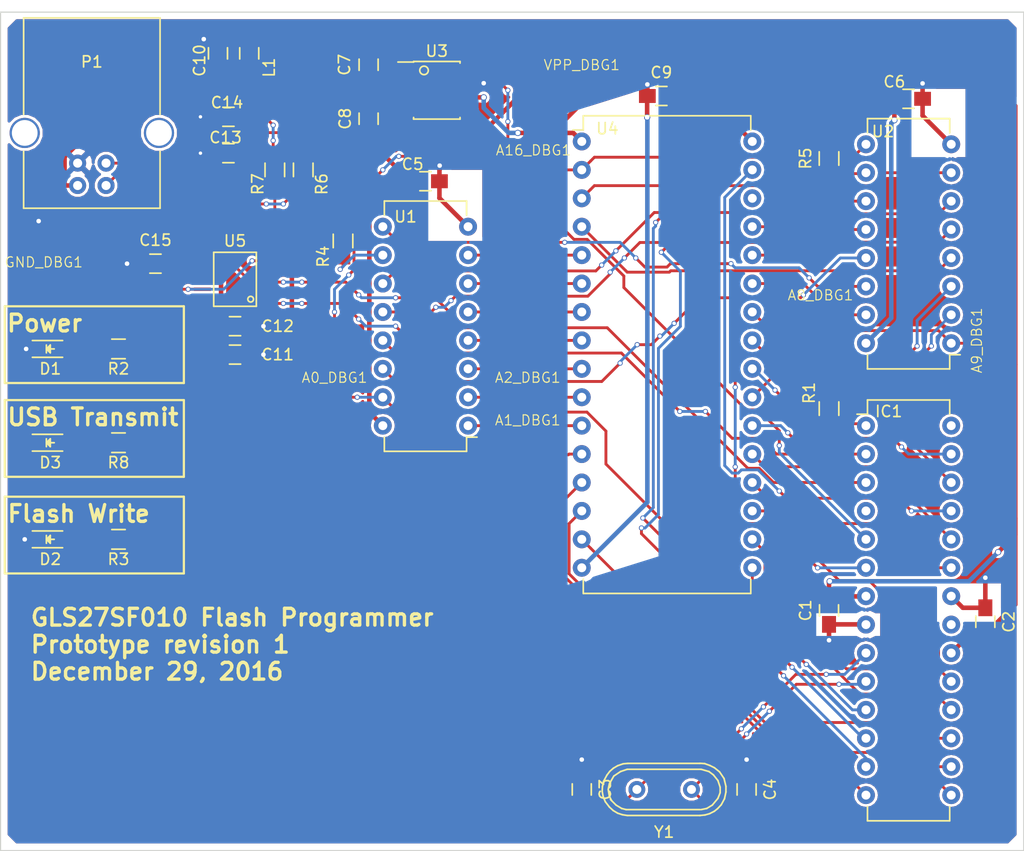
<source format=kicad_pcb>
(kicad_pcb (version 4) (host pcbnew 4.0.5-e0-6337~49~ubuntu16.04.1)
  (layers (0 F.Cu signal) (31 B.Cu signal) (34 B.Paste user) (35 F.Paste user) (36 B.SilkS user) (37 F.SilkS user) (38 B.Mask user) (39 F.Mask user) (44 Edge.Cuts user))
  (net 0 "")
  (net 1 /A0)
  (net 2 /A1)
  (net 3 /A2)
  (net 4 /A8)
  (net 5 /A9)
  (net 6 /A16)
  (net 7 GND)
  (net 8 VCC)
  (net 9 "Net-(C3-Pad2)")
  (net 10 "Net-(C4-Pad2)")
  (net 11 "Net-(C7-Pad1)")
  (net 12 "Net-(C7-Pad2)")
  (net 13 "Net-(C8-Pad1)")
  (net 14 "Net-(C8-Pad2)")
  (net 15 "Net-(C10-Pad1)")
  (net 16 "/Flash Programmer FTDI Circuit/USBDM")
  (net 17 "/Flash Programmer FTDI Circuit/USBDP")
  (net 18 "/Flash Programmer FTDI Circuit/VCCIO")
  (net 19 "Net-(D1-Pad2)")
  (net 20 "Net-(D2-Pad2)")
  (net 21 "Net-(D3-Pad1)")
  (net 22 "Net-(IC1-Pad1)")
  (net 23 /RXD)
  (net 24 /TXD)
  (net 25 "Net-(IC1-Pad4)")
  (net 26 /STU)
  (net 27 /AOE)
  (net 28 /SER)
  (net 29 /SCK)
  (net 30 /RCK)
  (net 31 /D0)
  (net 32 /D1)
  (net 33 /D2)
  (net 34 /D3)
  (net 35 /D4)
  (net 36 /D5)
  (net 37 "Net-(IC1-Pad21)")
  (net 38 /D6)
  (net 39 /D7)
  (net 40 /PGM#)
  (net 41 /OE#)
  (net 42 /CE#)
  (net 43 "Net-(IC1-Pad28)")
  (net 44 "Net-(P1-Pad5)")
  (net 45 "Net-(R4-Pad1)")
  (net 46 "Net-(R5-Pad1)")
  (net 47 "Net-(R6-Pad1)")
  (net 48 "Net-(R7-Pad1)")
  (net 49 "Net-(R8-Pad2)")
  (net 50 /A3)
  (net 51 /A4)
  (net 52 /A5)
  (net 53 /A6)
  (net 54 /A7)
  (net 55 "Net-(U1-Pad9)")
  (net 56 /A10)
  (net 57 /A11)
  (net 58 /A12)
  (net 59 /A13)
  (net 60 /A14)
  (net 61 /A15)
  (net 62 /VPP)
  (net 63 "Net-(U4-Pad30)")
  (net 64 "Net-(U5-Pad16)")
  (net 65 "Net-(U5-Pad15)")
  (net 66 "Net-(U5-Pad6)")
  (net 67 "Net-(U5-Pad2)")
  (module Housings_SOIC:SOIC-8_3.9x4.9mm_Pitch1.27mm (layer F.Cu) (at 103.124 55.88)
    (fp_text reference U3 (at 0 -3.5) (layer F.SilkS))
    (fp_text value MAX662A)
    (pad 1 smd rect (at -2.7 -1.905) (size 1.55 0.6) (layers F.Cu F.Paste F.Mask) (net 11 "Net-(C7-Pad1)"))
    (pad 2 smd rect (at -2.7 -0.635) (size 1.55 0.6) (layers F.Cu F.Paste F.Mask) (net 12 "Net-(C7-Pad2)"))
    (pad 3 smd rect (at -2.7 0.635) (size 1.55 0.6) (layers F.Cu F.Paste F.Mask) (net 14 "Net-(C8-Pad2)"))
    (pad 4 smd rect (at -2.7 1.905) (size 1.55 0.6) (layers F.Cu F.Paste F.Mask) (net 13 "Net-(C8-Pad1)"))
    (pad 5 smd rect (at 2.7 1.905) (size 1.55 0.6) (layers F.Cu F.Paste F.Mask) (net 8 VCC))
    (pad 6 smd rect (at 2.7 0.635) (size 1.55 0.6) (layers F.Cu F.Paste F.Mask) (net 62 /VPP))
    (pad 7 smd rect (at 2.7 -0.635) (size 1.55 0.6) (layers F.Cu F.Paste F.Mask) (net 7 GND))
    (pad 8 smd rect (at 2.7 -1.905) (size 1.55 0.6) (layers F.Cu F.Paste F.Mask) (net 26 /STU))
  )
  (module DBG_PAD:DBG_PAD (layer F.Cu) (at 93.98 83.312)
    (fp_text reference A0_DBG1 (at 0 -1.75) (layer F.SilkS) (effects (font (size 0.9 0.9) (thickness 0.1))))
    (fp_text value debug_pad hide)
    (pad 1 smd rect (at 0 0) (size 2 2) (layers F.Cu F.Paste F.Mask) (net 1 /A0))
  )
  (module DBG_PAD:DBG_PAD (layer F.Cu) (at 111.252 87.122)
    (fp_text reference A1_DBG1 (at 0 -1.75) (layer F.SilkS) (effects (font (size 0.9 0.9) (thickness 0.1))))
    (fp_text value debug_pad hide)
    (pad 1 smd rect (at 0 0) (size 2 2) (layers F.Cu F.Paste F.Mask) (net 2 /A1))
  )
  (module DBG_PAD:DBG_PAD (layer F.Cu) (at 111.252 83.312)
    (fp_text reference A2_DBG1 (at 0 -1.75) (layer F.SilkS) (effects (font (size 0.9 0.9) (thickness 0.1))))
    (fp_text value debug_pad hide)
    (pad 1 smd rect (at 0 0) (size 2 2) (layers F.Cu F.Paste F.Mask) (net 3 /A2))
  )
  (module DBG_PAD:DBG_PAD (layer F.Cu) (at 137.414 75.946)
    (fp_text reference A8_DBG1 (at 0 -1.75) (layer F.SilkS) (effects (font (size 0.9 0.9) (thickness 0.1))))
    (fp_text value debug_pad hide)
    (pad 1 smd rect (at 0 0) (size 2 2) (layers F.Cu F.Paste F.Mask) (net 4 /A8))
  )
  (module DBG_PAD:DBG_PAD (layer F.Cu) (at 153.162 78.486)
    (fp_text reference A9_DBG1 (at -1.778 -0.254 270) (layer F.SilkS) (effects (font (size 0.9 0.9) (thickness 0.1))))
    (fp_text value debug_pad hide)
    (pad 1 smd rect (at 0 0) (size 2 2) (layers F.Cu F.Paste F.Mask) (net 5 /A9))
  )
  (module DBG_PAD:DBG_PAD (layer F.Cu) (at 111.76 62.992)
    (fp_text reference A16_DBG1 (at 0 -1.75) (layer F.SilkS) (effects (font (size 0.9 0.9) (thickness 0.1))))
    (fp_text value debug_pad hide)
    (pad 1 smd rect (at 0 0) (size 2 2) (layers F.Cu F.Paste F.Mask) (net 6 /A16))
  )
  (module Capacitors_SMD:C_0805_HandSoldering (layer F.Cu) (at 138.176 102.362 90)
    (fp_text reference C1 (at 0 -2.1 90) (layer F.SilkS))
    (fp_text value 120nF)
    (pad 1 smd rect (at -1.25 0 90) (size 1.5 1.25) (layers F.Cu F.Paste F.Mask) (net 7 GND))
    (pad 2 smd rect (at 1.25 0 90) (size 1.5 1.25) (layers F.Cu F.Paste F.Mask) (net 8 VCC))
  )
  (module Capacitors_SMD:C_0805_HandSoldering (layer F.Cu) (at 152.146 103.378 270)
    (fp_text reference C2 (at 0 -2.1 270) (layer F.SilkS))
    (fp_text value 120nF)
    (pad 1 smd rect (at -1.25 0 270) (size 1.5 1.25) (layers F.Cu F.Paste F.Mask) (net 7 GND))
    (pad 2 smd rect (at 1.25 0 270) (size 1.5 1.25) (layers F.Cu F.Paste F.Mask) (net 8 VCC))
  )
  (module Capacitors_SMD:C_0805_HandSoldering (layer F.Cu) (at 116.078 118.364 270)
    (fp_text reference C3 (at 0 -2.1 270) (layer F.SilkS))
    (fp_text value 22pF)
    (pad 1 smd rect (at -1.25 0 270) (size 1.5 1.25) (layers F.Cu F.Paste F.Mask) (net 7 GND))
    (pad 2 smd rect (at 1.25 0 270) (size 1.5 1.25) (layers F.Cu F.Paste F.Mask) (net 9 "Net-(C3-Pad2)"))
  )
  (module Capacitors_SMD:C_0805_HandSoldering (layer F.Cu) (at 130.81 118.364 270)
    (fp_text reference C4 (at 0 -2.1 270) (layer F.SilkS))
    (fp_text value 22pF)
    (pad 1 smd rect (at -1.25 0 270) (size 1.5 1.25) (layers F.Cu F.Paste F.Mask) (net 7 GND))
    (pad 2 smd rect (at 1.25 0 270) (size 1.5 1.25) (layers F.Cu F.Paste F.Mask) (net 10 "Net-(C4-Pad2)"))
  )
  (module Capacitors_SMD:C_0805_HandSoldering (layer F.Cu) (at 102.108 64.008 180)
    (fp_text reference C5 (at 1.143 1.524 180) (layer F.SilkS))
    (fp_text value 120nF)
    (pad 1 smd rect (at -1.25 0 180) (size 1.5 1.25) (layers F.Cu F.Paste F.Mask) (net 7 GND))
    (pad 2 smd rect (at 1.25 0 180) (size 1.5 1.25) (layers F.Cu F.Paste F.Mask) (net 8 VCC))
  )
  (module Capacitors_SMD:C_0805_HandSoldering (layer F.Cu) (at 145.288 56.642 180)
    (fp_text reference C6 (at 1.27 1.524 180) (layer F.SilkS))
    (fp_text value 120nF)
    (pad 1 smd rect (at -1.25 0 180) (size 1.5 1.25) (layers F.Cu F.Paste F.Mask) (net 7 GND))
    (pad 2 smd rect (at 1.25 0 180) (size 1.5 1.25) (layers F.Cu F.Paste F.Mask) (net 8 VCC))
  )
  (module Capacitors_SMD:C_0805_HandSoldering (layer F.Cu) (at 97.028 53.594 270)
    (fp_text reference C7 (at 0 2.159 270) (layer F.SilkS))
    (fp_text value 1uF)
    (pad 1 smd rect (at -1.25 0 270) (size 1.5 1.25) (layers F.Cu F.Paste F.Mask) (net 11 "Net-(C7-Pad1)"))
    (pad 2 smd rect (at 1.25 0 270) (size 1.5 1.25) (layers F.Cu F.Paste F.Mask) (net 12 "Net-(C7-Pad2)"))
  )
  (module Capacitors_SMD:C_0805_HandSoldering (layer F.Cu) (at 97.028 58.42 90)
    (fp_text reference C8 (at 0 -2.1 90) (layer F.SilkS))
    (fp_text value 1uF)
    (pad 1 smd rect (at -1.25 0 90) (size 1.5 1.25) (layers F.Cu F.Paste F.Mask) (net 13 "Net-(C8-Pad1)"))
    (pad 2 smd rect (at 1.25 0 90) (size 1.5 1.25) (layers F.Cu F.Paste F.Mask) (net 14 "Net-(C8-Pad2)"))
  )
  (module Capacitors_SMD:C_0805_HandSoldering (layer F.Cu) (at 123.19 56.388)
    (fp_text reference C9 (at 0 -2.1) (layer F.SilkS))
    (fp_text value 120nF)
    (pad 1 smd rect (at -1.25 0) (size 1.5 1.25) (layers F.Cu F.Paste F.Mask) (net 7 GND))
    (pad 2 smd rect (at 1.25 0) (size 1.5 1.25) (layers F.Cu F.Paste F.Mask) (net 8 VCC))
  )
  (module Capacitors_SMD:C_0805_HandSoldering (layer F.Cu) (at 83.566 52.578 90)
    (fp_text reference C10 (at -0.635 -1.651 270) (layer F.SilkS))
    (fp_text value 10nF)
    (pad 1 smd rect (at -1.25 0 90) (size 1.5 1.25) (layers F.Cu F.Paste F.Mask) (net 15 "Net-(C10-Pad1)"))
    (pad 2 smd rect (at 1.25 0 90) (size 1.5 1.25) (layers F.Cu F.Paste F.Mask) (net 7 GND))
  )
  (module Capacitors_SMD:C_0805_HandSoldering (layer F.Cu) (at 85.09 79.502)
    (fp_text reference C11 (at 3.81 0) (layer F.SilkS))
    (fp_text value 4.7uF)
    (pad 1 smd rect (at -1.25 0) (size 1.5 1.25) (layers F.Cu F.Paste F.Mask) (net 8 VCC))
    (pad 2 smd rect (at 1.25 0) (size 1.5 1.25) (layers F.Cu F.Paste F.Mask) (net 7 GND))
  )
  (module Capacitors_SMD:C_0805_HandSoldering (layer F.Cu) (at 85.09 76.962)
    (fp_text reference C12 (at 3.81 0) (layer F.SilkS))
    (fp_text value 120nF)
    (pad 1 smd rect (at -1.25 0) (size 1.5 1.25) (layers F.Cu F.Paste F.Mask) (net 8 VCC))
    (pad 2 smd rect (at 1.25 0) (size 1.5 1.25) (layers F.Cu F.Paste F.Mask) (net 7 GND))
  )
  (module Capacitors_SMD:C_0805_HandSoldering (layer F.Cu) (at 84.5 61.5 180)
    (fp_text reference C13 (at 0.254 1.397 180) (layer F.SilkS))
    (fp_text value 47pF)
    (pad 1 smd rect (at -1.25 0 180) (size 1.5 1.25) (layers F.Cu F.Paste F.Mask) (net 16 "/Flash Programmer FTDI Circuit/USBDM"))
    (pad 2 smd rect (at 1.25 0 180) (size 1.5 1.25) (layers F.Cu F.Paste F.Mask) (net 7 GND))
  )
  (module Capacitors_SMD:C_0805_HandSoldering (layer F.Cu) (at 84.5 58.25 180)
    (fp_text reference C14 (at 0.127 1.27 180) (layer F.SilkS))
    (fp_text value 47pF)
    (pad 1 smd rect (at -1.25 0 180) (size 1.5 1.25) (layers F.Cu F.Paste F.Mask) (net 17 "/Flash Programmer FTDI Circuit/USBDP"))
    (pad 2 smd rect (at 1.25 0 180) (size 1.5 1.25) (layers F.Cu F.Paste F.Mask) (net 7 GND))
  )
  (module Capacitors_SMD:C_0805_HandSoldering (layer F.Cu) (at 77.978 71.374)
    (fp_text reference C15 (at 0 -2.1) (layer F.SilkS))
    (fp_text value 120nF)
    (pad 1 smd rect (at -1.25 0) (size 1.5 1.25) (layers F.Cu F.Paste F.Mask) (net 7 GND))
    (pad 2 smd rect (at 1.25 0) (size 1.5 1.25) (layers F.Cu F.Paste F.Mask) (net 18 "/Flash Programmer FTDI Circuit/VCCIO"))
  )
  (module LEDs:LED_0805 (layer F.Cu) (at 68.58 78.994)
    (fp_text reference D1 (at 0 1.778) (layer F.SilkS))
    (fp_text value LED)
    (pad 2 smd rect (at 1.04902 0 180) (size 1.19888 1.19888) (layers F.Cu F.Paste F.Mask) (net 19 "Net-(D1-Pad2)"))
    (pad 1 smd rect (at -1.04902 0 180) (size 1.19888 1.19888) (layers F.Cu F.Paste F.Mask) (net 7 GND))
  )
  (module LEDs:LED_0805 (layer F.Cu) (at 68.58 96.012)
    (fp_text reference D2 (at 0 1.778) (layer F.SilkS))
    (fp_text value LED)
    (pad 2 smd rect (at 1.04902 0 180) (size 1.19888 1.19888) (layers F.Cu F.Paste F.Mask) (net 20 "Net-(D2-Pad2)"))
    (pad 1 smd rect (at -1.04902 0 180) (size 1.19888 1.19888) (layers F.Cu F.Paste F.Mask) (net 7 GND))
  )
  (module LEDs:LED_0805 (layer F.Cu) (at 68.58 87.376)
    (fp_text reference D3 (at 0 1.778) (layer F.SilkS))
    (fp_text value LED)
    (pad 2 smd rect (at 1.04902 0 180) (size 1.19888 1.19888) (layers F.Cu F.Paste F.Mask) (net 8 VCC))
    (pad 1 smd rect (at -1.04902 0 180) (size 1.19888 1.19888) (layers F.Cu F.Paste F.Mask) (net 21 "Net-(D3-Pad1)"))
  )
  (module DBG_PAD:DBG_PAD (layer F.Cu) (at 67.539821 69.347221 270)
    (fp_text reference GND_DBG1 (at 1.902779 -0.460179 360) (layer F.SilkS) (effects (font (size 0.9 0.9) (thickness 0.1))))
    (fp_text value debug_pad hide)
    (pad 1 smd rect (at 0 0 270) (size 2 2) (layers F.Cu F.Paste F.Mask) (net 7 GND))
  )
  (module Housings_DIP:DIP-28_W7.62mm (layer F.Cu) (at 141.478 85.852)
    (fp_text reference IC1 (at 2.032 -1.27) (layer F.SilkS))
    (fp_text value ATMEGA328-P)
    (pad 1 thru_hole oval (at 0 0) (size 1.6 1.6) (drill 0.8) (layers *.Cu *.Mask) (net 22 "Net-(IC1-Pad1)"))
    (pad 2 thru_hole oval (at 0 2.54) (size 1.6 1.6) (drill 0.8) (layers *.Cu *.Mask) (net 23 /RXD))
    (pad 3 thru_hole oval (at 0 5.08) (size 1.6 1.6) (drill 0.8) (layers *.Cu *.Mask) (net 24 /TXD))
    (pad 4 thru_hole oval (at 0 7.62) (size 1.6 1.6) (drill 0.8) (layers *.Cu *.Mask) (net 25 "Net-(IC1-Pad4)"))
    (pad 5 thru_hole oval (at 0 10.16) (size 1.6 1.6) (drill 0.8) (layers *.Cu *.Mask) (net 26 /STU))
    (pad 6 thru_hole oval (at 0 12.7) (size 1.6 1.6) (drill 0.8) (layers *.Cu *.Mask) (net 27 /AOE))
    (pad 7 thru_hole oval (at 0 15.24) (size 1.6 1.6) (drill 0.8) (layers *.Cu *.Mask) (net 8 VCC))
    (pad 8 thru_hole oval (at 0 17.78) (size 1.6 1.6) (drill 0.8) (layers *.Cu *.Mask) (net 7 GND))
    (pad 9 thru_hole oval (at 0 20.32) (size 1.6 1.6) (drill 0.8) (layers *.Cu *.Mask) (net 9 "Net-(C3-Pad2)"))
    (pad 10 thru_hole oval (at 0 22.86) (size 1.6 1.6) (drill 0.8) (layers *.Cu *.Mask) (net 10 "Net-(C4-Pad2)"))
    (pad 11 thru_hole oval (at 0 25.4) (size 1.6 1.6) (drill 0.8) (layers *.Cu *.Mask) (net 28 /SER))
    (pad 12 thru_hole oval (at 0 27.94) (size 1.6 1.6) (drill 0.8) (layers *.Cu *.Mask) (net 29 /SCK))
    (pad 13 thru_hole oval (at 0 30.48) (size 1.6 1.6) (drill 0.8) (layers *.Cu *.Mask) (net 30 /RCK))
    (pad 14 thru_hole oval (at 0 33.02) (size 1.6 1.6) (drill 0.8) (layers *.Cu *.Mask) (net 31 /D0))
    (pad 15 thru_hole oval (at 7.62 33.02) (size 1.6 1.6) (drill 0.8) (layers *.Cu *.Mask) (net 32 /D1))
    (pad 16 thru_hole oval (at 7.62 30.48) (size 1.6 1.6) (drill 0.8) (layers *.Cu *.Mask) (net 33 /D2))
    (pad 17 thru_hole oval (at 7.62 27.94) (size 1.6 1.6) (drill 0.8) (layers *.Cu *.Mask) (net 34 /D3))
    (pad 18 thru_hole oval (at 7.62 25.4) (size 1.6 1.6) (drill 0.8) (layers *.Cu *.Mask) (net 35 /D4))
    (pad 19 thru_hole oval (at 7.62 22.86) (size 1.6 1.6) (drill 0.8) (layers *.Cu *.Mask) (net 36 /D5))
    (pad 20 thru_hole oval (at 7.62 20.32) (size 1.6 1.6) (drill 0.8) (layers *.Cu *.Mask) (net 8 VCC))
    (pad 21 thru_hole oval (at 7.62 17.78) (size 1.6 1.6) (drill 0.8) (layers *.Cu *.Mask) (net 37 "Net-(IC1-Pad21)"))
    (pad 22 thru_hole oval (at 7.62 15.24) (size 1.6 1.6) (drill 0.8) (layers *.Cu *.Mask) (net 7 GND))
    (pad 23 thru_hole oval (at 7.62 12.7) (size 1.6 1.6) (drill 0.8) (layers *.Cu *.Mask) (net 38 /D6))
    (pad 24 thru_hole oval (at 7.62 10.16) (size 1.6 1.6) (drill 0.8) (layers *.Cu *.Mask) (net 39 /D7))
    (pad 25 thru_hole oval (at 7.62 7.62) (size 1.6 1.6) (drill 0.8) (layers *.Cu *.Mask) (net 40 /PGM#))
    (pad 26 thru_hole oval (at 7.62 5.08) (size 1.6 1.6) (drill 0.8) (layers *.Cu *.Mask) (net 41 /OE#))
    (pad 27 thru_hole oval (at 7.62 2.54) (size 1.6 1.6) (drill 0.8) (layers *.Cu *.Mask) (net 42 /CE#))
    (pad 28 thru_hole oval (at 7.62 0) (size 1.6 1.6) (drill 0.8) (layers *.Cu *.Mask) (net 43 "Net-(IC1-Pad28)"))
  )
  (module Capacitors_SMD:C_0805_HandSoldering (layer F.Cu) (at 86.36 52.578 270)
    (fp_text reference L1 (at 1.27 -1.778 450) (layer F.SilkS))
    (fp_text value Ferrite_Bead)
    (pad 1 smd rect (at -1.25 0 270) (size 1.5 1.25) (layers F.Cu F.Paste F.Mask) (net 8 VCC))
    (pad 2 smd rect (at 1.25 0 270) (size 1.5 1.25) (layers F.Cu F.Paste F.Mask) (net 15 "Net-(C10-Pad1)"))
  )
  (module Resistors_SMD:R_0805_HandSoldering (layer F.Cu) (at 138.176 84.328 270)
    (fp_text reference R1 (at -1.397 1.778 270) (layer F.SilkS))
    (fp_text value 10k)
    (pad 1 smd rect (at -1.35 0 270) (size 1.5 1.3) (layers F.Cu F.Paste F.Mask) (net 8 VCC))
    (pad 2 smd rect (at 1.35 0 270) (size 1.5 1.3) (layers F.Cu F.Paste F.Mask) (net 22 "Net-(IC1-Pad1)"))
  )
  (module Resistors_SMD:R_0805_HandSoldering (layer F.Cu) (at 74.676 78.994)
    (fp_text reference R2 (at 0 1.778) (layer F.SilkS))
    (fp_text value 150)
    (pad 1 smd rect (at -1.35 0) (size 1.5 1.3) (layers F.Cu F.Paste F.Mask) (net 19 "Net-(D1-Pad2)"))
    (pad 2 smd rect (at 1.35 0) (size 1.5 1.3) (layers F.Cu F.Paste F.Mask) (net 8 VCC))
  )
  (module Resistors_SMD:R_0805_HandSoldering (layer F.Cu) (at 74.676 96.012)
    (fp_text reference R3 (at 0 1.778) (layer F.SilkS))
    (fp_text value 150)
    (pad 1 smd rect (at -1.35 0) (size 1.5 1.3) (layers F.Cu F.Paste F.Mask) (net 20 "Net-(D2-Pad2)"))
    (pad 2 smd rect (at 1.35 0) (size 1.5 1.3) (layers F.Cu F.Paste F.Mask) (net 26 /STU))
  )
  (module Resistors_SMD:R_0805_HandSoldering (layer F.Cu) (at 94.742 69.342 90)
    (fp_text reference R4 (at -1.397 -1.778 90) (layer F.SilkS))
    (fp_text value 10k)
    (pad 1 smd rect (at -1.35 0 90) (size 1.5 1.3) (layers F.Cu F.Paste F.Mask) (net 45 "Net-(R4-Pad1)"))
    (pad 2 smd rect (at 1.35 0 90) (size 1.5 1.3) (layers F.Cu F.Paste F.Mask) (net 8 VCC))
  )
  (module Resistors_SMD:R_0805_HandSoldering (layer F.Cu) (at 138.176 61.976 90)
    (fp_text reference R5 (at 0 -2.1 90) (layer F.SilkS))
    (fp_text value 10k)
    (pad 1 smd rect (at -1.35 0 90) (size 1.5 1.3) (layers F.Cu F.Paste F.Mask) (net 46 "Net-(R5-Pad1)"))
    (pad 2 smd rect (at 1.35 0 90) (size 1.5 1.3) (layers F.Cu F.Paste F.Mask) (net 8 VCC))
  )
  (module Resistors_SMD:R_0805_HandSoldering (layer F.Cu) (at 91.186 62.992 90)
    (fp_text reference R6 (at -1.27 1.651 90) (layer F.SilkS))
    (fp_text value 27)
    (pad 1 smd rect (at -1.35 0 90) (size 1.5 1.3) (layers F.Cu F.Paste F.Mask) (net 47 "Net-(R6-Pad1)"))
    (pad 2 smd rect (at 1.35 0 90) (size 1.5 1.3) (layers F.Cu F.Paste F.Mask) (net 16 "/Flash Programmer FTDI Circuit/USBDM"))
  )
  (module Resistors_SMD:R_0805_HandSoldering (layer F.Cu) (at 88.646 62.992 90)
    (fp_text reference R7 (at -1.27 -1.524 90) (layer F.SilkS))
    (fp_text value 27)
    (pad 1 smd rect (at -1.35 0 90) (size 1.5 1.3) (layers F.Cu F.Paste F.Mask) (net 48 "Net-(R7-Pad1)"))
    (pad 2 smd rect (at 1.35 0 90) (size 1.5 1.3) (layers F.Cu F.Paste F.Mask) (net 17 "/Flash Programmer FTDI Circuit/USBDP"))
  )
  (module Resistors_SMD:R_0805_HandSoldering (layer F.Cu) (at 74.676 87.376)
    (fp_text reference R8 (at 0 1.778) (layer F.SilkS))
    (fp_text value 150)
    (pad 1 smd rect (at -1.35 0) (size 1.5 1.3) (layers F.Cu F.Paste F.Mask) (net 21 "Net-(D3-Pad1)"))
    (pad 2 smd rect (at 1.35 0) (size 1.5 1.3) (layers F.Cu F.Paste F.Mask) (net 49 "Net-(R8-Pad2)"))
  )
  (module Housings_DIP:DIP-16_W7.62mm (layer F.Cu) (at 105.918 85.852 180)
    (fp_text reference U1 (at 5.588 18.669 180) (layer F.SilkS))
    (fp_text value 74HC595)
    (pad 1 thru_hole oval (at 0 0 180) (size 1.6 1.6) (drill 0.8) (layers *.Cu *.Mask) (net 2 /A1))
    (pad 2 thru_hole oval (at 0 2.54 180) (size 1.6 1.6) (drill 0.8) (layers *.Cu *.Mask) (net 3 /A2))
    (pad 3 thru_hole oval (at 0 5.08 180) (size 1.6 1.6) (drill 0.8) (layers *.Cu *.Mask) (net 50 /A3))
    (pad 4 thru_hole oval (at 0 7.62 180) (size 1.6 1.6) (drill 0.8) (layers *.Cu *.Mask) (net 51 /A4))
    (pad 5 thru_hole oval (at 0 10.16 180) (size 1.6 1.6) (drill 0.8) (layers *.Cu *.Mask) (net 52 /A5))
    (pad 6 thru_hole oval (at 0 12.7 180) (size 1.6 1.6) (drill 0.8) (layers *.Cu *.Mask) (net 53 /A6))
    (pad 7 thru_hole oval (at 0 15.24 180) (size 1.6 1.6) (drill 0.8) (layers *.Cu *.Mask) (net 54 /A7))
    (pad 8 thru_hole oval (at 0 17.78 180) (size 1.6 1.6) (drill 0.8) (layers *.Cu *.Mask) (net 7 GND))
    (pad 9 thru_hole oval (at 7.62 17.78 180) (size 1.6 1.6) (drill 0.8) (layers *.Cu *.Mask) (net 55 "Net-(U1-Pad9)"))
    (pad 10 thru_hole oval (at 7.62 15.24 180) (size 1.6 1.6) (drill 0.8) (layers *.Cu *.Mask) (net 45 "Net-(R4-Pad1)"))
    (pad 11 thru_hole oval (at 7.62 12.7 180) (size 1.6 1.6) (drill 0.8) (layers *.Cu *.Mask) (net 29 /SCK))
    (pad 12 thru_hole oval (at 7.62 10.16 180) (size 1.6 1.6) (drill 0.8) (layers *.Cu *.Mask) (net 30 /RCK))
    (pad 13 thru_hole oval (at 7.62 7.62 180) (size 1.6 1.6) (drill 0.8) (layers *.Cu *.Mask) (net 27 /AOE))
    (pad 14 thru_hole oval (at 7.62 5.08 180) (size 1.6 1.6) (drill 0.8) (layers *.Cu *.Mask) (net 28 /SER))
    (pad 15 thru_hole oval (at 7.62 2.54 180) (size 1.6 1.6) (drill 0.8) (layers *.Cu *.Mask) (net 1 /A0))
    (pad 16 thru_hole oval (at 7.62 0 180) (size 1.6 1.6) (drill 0.8) (layers *.Cu *.Mask) (net 8 VCC))
  )
  (module Housings_DIP:DIP-16_W7.62mm (layer F.Cu) (at 149.098 78.486 180)
    (fp_text reference U2 (at 6.096 18.923 180) (layer F.SilkS))
    (fp_text value 74HC595)
    (pad 1 thru_hole oval (at 0 0 180) (size 1.6 1.6) (drill 0.8) (layers *.Cu *.Mask) (net 5 /A9))
    (pad 2 thru_hole oval (at 0 2.54 180) (size 1.6 1.6) (drill 0.8) (layers *.Cu *.Mask) (net 56 /A10))
    (pad 3 thru_hole oval (at 0 5.08 180) (size 1.6 1.6) (drill 0.8) (layers *.Cu *.Mask) (net 57 /A11))
    (pad 4 thru_hole oval (at 0 7.62 180) (size 1.6 1.6) (drill 0.8) (layers *.Cu *.Mask) (net 58 /A12))
    (pad 5 thru_hole oval (at 0 10.16 180) (size 1.6 1.6) (drill 0.8) (layers *.Cu *.Mask) (net 59 /A13))
    (pad 6 thru_hole oval (at 0 12.7 180) (size 1.6 1.6) (drill 0.8) (layers *.Cu *.Mask) (net 60 /A14))
    (pad 7 thru_hole oval (at 0 15.24 180) (size 1.6 1.6) (drill 0.8) (layers *.Cu *.Mask) (net 61 /A15))
    (pad 8 thru_hole oval (at 0 17.78 180) (size 1.6 1.6) (drill 0.8) (layers *.Cu *.Mask) (net 7 GND))
    (pad 9 thru_hole oval (at 7.62 17.78 180) (size 1.6 1.6) (drill 0.8) (layers *.Cu *.Mask) (net 6 /A16))
    (pad 10 thru_hole oval (at 7.62 15.24 180) (size 1.6 1.6) (drill 0.8) (layers *.Cu *.Mask) (net 46 "Net-(R5-Pad1)"))
    (pad 11 thru_hole oval (at 7.62 12.7 180) (size 1.6 1.6) (drill 0.8) (layers *.Cu *.Mask) (net 29 /SCK))
    (pad 12 thru_hole oval (at 7.62 10.16 180) (size 1.6 1.6) (drill 0.8) (layers *.Cu *.Mask) (net 30 /RCK))
    (pad 13 thru_hole oval (at 7.62 7.62 180) (size 1.6 1.6) (drill 0.8) (layers *.Cu *.Mask) (net 27 /AOE))
    (pad 14 thru_hole oval (at 7.62 5.08 180) (size 1.6 1.6) (drill 0.8) (layers *.Cu *.Mask) (net 55 "Net-(U1-Pad9)"))
    (pad 15 thru_hole oval (at 7.62 2.54 180) (size 1.6 1.6) (drill 0.8) (layers *.Cu *.Mask) (net 4 /A8))
    (pad 16 thru_hole oval (at 7.62 0 180) (size 1.6 1.6) (drill 0.8) (layers *.Cu *.Mask) (net 8 VCC))
  )
  (module Housings_DIP:DIP-32_W15.24mm (layer F.Cu) (at 116.078 60.452)
    (fp_text reference U4 (at 2.286 -1.143) (layer F.SilkS))
    (fp_text value GLS27SF010)
    (pad 1 thru_hole oval (at 0 0) (size 1.6 1.6) (drill 0.8) (layers *.Cu *.Mask) (net 62 /VPP))
    (pad 2 thru_hole oval (at 0 2.54) (size 1.6 1.6) (drill 0.8) (layers *.Cu *.Mask) (net 6 /A16))
    (pad 3 thru_hole oval (at 0 5.08) (size 1.6 1.6) (drill 0.8) (layers *.Cu *.Mask) (net 61 /A15))
    (pad 4 thru_hole oval (at 0 7.62) (size 1.6 1.6) (drill 0.8) (layers *.Cu *.Mask) (net 58 /A12))
    (pad 5 thru_hole oval (at 0 10.16) (size 1.6 1.6) (drill 0.8) (layers *.Cu *.Mask) (net 54 /A7))
    (pad 6 thru_hole oval (at 0 12.7) (size 1.6 1.6) (drill 0.8) (layers *.Cu *.Mask) (net 53 /A6))
    (pad 7 thru_hole oval (at 0 15.24) (size 1.6 1.6) (drill 0.8) (layers *.Cu *.Mask) (net 52 /A5))
    (pad 8 thru_hole oval (at 0 17.78) (size 1.6 1.6) (drill 0.8) (layers *.Cu *.Mask) (net 51 /A4))
    (pad 9 thru_hole oval (at 0 20.32) (size 1.6 1.6) (drill 0.8) (layers *.Cu *.Mask) (net 50 /A3))
    (pad 10 thru_hole oval (at 0 22.86) (size 1.6 1.6) (drill 0.8) (layers *.Cu *.Mask) (net 3 /A2))
    (pad 11 thru_hole oval (at 0 25.4) (size 1.6 1.6) (drill 0.8) (layers *.Cu *.Mask) (net 2 /A1))
    (pad 12 thru_hole oval (at 0 27.94) (size 1.6 1.6) (drill 0.8) (layers *.Cu *.Mask) (net 1 /A0))
    (pad 13 thru_hole oval (at 0 30.48) (size 1.6 1.6) (drill 0.8) (layers *.Cu *.Mask) (net 31 /D0))
    (pad 14 thru_hole oval (at 0 33.02) (size 1.6 1.6) (drill 0.8) (layers *.Cu *.Mask) (net 32 /D1))
    (pad 15 thru_hole oval (at 0 35.56) (size 1.6 1.6) (drill 0.8) (layers *.Cu *.Mask) (net 33 /D2))
    (pad 16 thru_hole oval (at 0 38.1) (size 1.6 1.6) (drill 0.8) (layers *.Cu *.Mask) (net 7 GND))
    (pad 17 thru_hole oval (at 15.24 38.1) (size 1.6 1.6) (drill 0.8) (layers *.Cu *.Mask) (net 34 /D3))
    (pad 18 thru_hole oval (at 15.24 35.56) (size 1.6 1.6) (drill 0.8) (layers *.Cu *.Mask) (net 35 /D4))
    (pad 19 thru_hole oval (at 15.24 33.02) (size 1.6 1.6) (drill 0.8) (layers *.Cu *.Mask) (net 36 /D5))
    (pad 20 thru_hole oval (at 15.24 30.48) (size 1.6 1.6) (drill 0.8) (layers *.Cu *.Mask) (net 38 /D6))
    (pad 21 thru_hole oval (at 15.24 27.94) (size 1.6 1.6) (drill 0.8) (layers *.Cu *.Mask) (net 39 /D7))
    (pad 22 thru_hole oval (at 15.24 25.4) (size 1.6 1.6) (drill 0.8) (layers *.Cu *.Mask) (net 42 /CE#))
    (pad 23 thru_hole oval (at 15.24 22.86) (size 1.6 1.6) (drill 0.8) (layers *.Cu *.Mask) (net 56 /A10))
    (pad 24 thru_hole oval (at 15.24 20.32) (size 1.6 1.6) (drill 0.8) (layers *.Cu *.Mask) (net 41 /OE#))
    (pad 25 thru_hole oval (at 15.24 17.78) (size 1.6 1.6) (drill 0.8) (layers *.Cu *.Mask) (net 57 /A11))
    (pad 26 thru_hole oval (at 15.24 15.24) (size 1.6 1.6) (drill 0.8) (layers *.Cu *.Mask) (net 5 /A9))
    (pad 27 thru_hole oval (at 15.24 12.7) (size 1.6 1.6) (drill 0.8) (layers *.Cu *.Mask) (net 4 /A8))
    (pad 28 thru_hole oval (at 15.24 10.16) (size 1.6 1.6) (drill 0.8) (layers *.Cu *.Mask) (net 59 /A13))
    (pad 29 thru_hole oval (at 15.24 7.62) (size 1.6 1.6) (drill 0.8) (layers *.Cu *.Mask) (net 60 /A14))
    (pad 30 thru_hole oval (at 15.24 5.08) (size 1.6 1.6) (drill 0.8) (layers *.Cu *.Mask) (net 63 "Net-(U4-Pad30)"))
    (pad 31 thru_hole oval (at 15.24 2.54) (size 1.6 1.6) (drill 0.8) (layers *.Cu *.Mask) (net 40 /PGM#))
    (pad 32 thru_hole oval (at 15.24 0) (size 1.6 1.6) (drill 0.8) (layers *.Cu *.Mask) (net 8 VCC))
  )
  (module ssop-16:SSOP-16 (layer F.Cu) (at 85.09 70.358 180)
    (fp_text reference U5 (at 0 1.016 180) (layer F.SilkS))
    (fp_text value FT230X)
    (pad 16 smd rect (at 2.921 -4.572 180) (size 1.524 0.3048) (layers F.Cu F.Paste F.Mask) (net 64 "Net-(U5-Pad16)"))
    (pad 15 smd rect (at 2.921 -3.937 180) (size 1.524 0.3048) (layers F.Cu F.Paste F.Mask) (net 65 "Net-(U5-Pad15)"))
    (pad 14 smd rect (at 2.921 -3.302 180) (size 1.524 0.3048) (layers F.Cu F.Paste F.Mask) (net 49 "Net-(R8-Pad2)"))
    (pad 13 smd rect (at 2.921 -2.667 180) (size 1.524 0.3048) (layers F.Cu F.Paste F.Mask) (net 7 GND))
    (pad 12 smd rect (at 2.921 -2.032 180) (size 1.524 0.3048) (layers F.Cu F.Paste F.Mask) (net 8 VCC))
    (pad 11 smd rect (at 2.921 -1.397 180) (size 1.524 0.3048) (layers F.Cu F.Paste F.Mask) (net 18 "/Flash Programmer FTDI Circuit/VCCIO"))
    (pad 10 smd rect (at 2.921 -0.762 180) (size 1.524 0.3048) (layers F.Cu F.Paste F.Mask) (net 18 "/Flash Programmer FTDI Circuit/VCCIO"))
    (pad 9 smd rect (at 2.921 -0.127 180) (size 1.524 0.3048) (layers F.Cu F.Paste F.Mask) (net 47 "Net-(R6-Pad1)"))
    (pad 8 smd rect (at -2.921 -0.127 180) (size 1.524 0.3048) (layers F.Cu F.Paste F.Mask) (net 48 "Net-(R7-Pad1)"))
    (pad 7 smd rect (at -2.921 -0.762 180) (size 1.524 0.3048) (layers F.Cu F.Paste F.Mask) (net 49 "Net-(R8-Pad2)"))
    (pad 6 smd rect (at -2.921 -1.397 180) (size 1.524 0.3048) (layers F.Cu F.Paste F.Mask) (net 66 "Net-(U5-Pad6)"))
    (pad 5 smd rect (at -2.921 -2.032 180) (size 1.524 0.3048) (layers F.Cu F.Paste F.Mask) (net 7 GND))
    (pad 4 smd rect (at -2.921 -2.667 180) (size 1.524 0.3048) (layers F.Cu F.Paste F.Mask) (net 24 /TXD))
    (pad 3 smd rect (at -2.921 -3.302 180) (size 1.524 0.3048) (layers F.Cu F.Paste F.Mask) (net 18 "/Flash Programmer FTDI Circuit/VCCIO"))
    (pad 2 smd rect (at -2.921 -3.937 180) (size 1.524 0.3048) (layers F.Cu F.Paste F.Mask) (net 67 "Net-(U5-Pad2)"))
    (pad 1 smd rect (at -2.921 -4.572 180) (size 1.524 0.3048) (layers F.Cu F.Paste F.Mask) (net 23 /RXD))
  )
  (module DBG_PAD:DBG_PAD (layer F.Cu) (at 116.078 55.372)
    (fp_text reference VPP_DBG1 (at 0 -1.75) (layer F.SilkS) (effects (font (size 0.9 0.9) (thickness 0.1))))
    (fp_text value debug_pad hide)
    (pad 1 smd rect (at 0 0) (size 2 2) (layers F.Cu F.Paste F.Mask) (net 62 /VPP))
  )
  (module Crystals:Crystal_HC49-U_Vertical (layer F.Cu) (at 123.444 118.364 180)
    (fp_text reference Y1 (at 0 -3.81 180) (layer F.SilkS))
    (fp_text value 16MHz)
    (pad 1 thru_hole circle (at -2.44094 0 180) (size 1.50114 1.50114) (drill 0.8001) (layers *.Cu *.Mask) (net 10 "Net-(C4-Pad2)"))
    (pad 2 thru_hole circle (at 2.44094 0 180) (size 1.50114 1.50114) (drill 0.8001) (layers *.Cu *.Mask) (net 9 "Net-(C3-Pad2)"))
  )
  (module logo:logo (layer F.Cu) (at 73.914 117.475)
    (fp_text reference G*** hide)
    (fp_text value LOGO hide)
    (fp_poly (pts (xy -0.677334 -3.585547) (xy -0.026538 -3.516439) (xy 0.602563 -3.365508) (xy 1.209872 -3.132797) (xy 1.795295 -2.818349) (xy 2.358738 -2.422206) (xy 2.818989 -2.022537) (xy 2.992145 -1.858308) (xy 3.418306 -1.945154) (xy 3.633459 -1.983516) (xy 3.851218 -2.013212) (xy 4.037223 -2.029893) (xy 4.104421 -2.032) (xy 4.257132 -2.027142) (xy 4.354784 -2.006546) (xy 4.426719 -1.961177) (xy 4.468188 -1.919985) (xy 4.555985 -1.770687) (xy 4.572 -1.66817) (xy 4.556147 -1.541551) (xy 4.51352 -1.361172) (xy 4.451514 -1.150737) (xy 4.377523 -0.933953) (xy 4.298943 -0.734524) (xy 4.243089 -0.613833) (xy 4.186685 -0.4952) (xy 4.159551 -0.402176) (xy 4.157739 -0.301161) (xy 4.177298 -0.158554) (xy 4.184524 -0.115631) (xy 4.220169 0.185985) (xy 4.231137 0.505434) (xy 4.217811 0.811914) (xy 4.18057 1.074622) (xy 4.169196 1.123523) (xy 4.117132 1.288774) (xy 4.040148 1.487439) (xy 3.954145 1.678754) (xy 3.946946 1.693334) (xy 3.872777 1.842618) (xy 3.813611 1.962355) (xy 3.779246 2.032692) (xy 3.775036 2.041641) (xy 3.801432 2.074615) (xy 3.884135 2.120485) (xy 3.924038 2.137586) (xy 4.082278 2.223739) (xy 4.161481 2.318496) (xy 4.165927 2.415395) (xy 4.099893 2.507977) (xy 3.967659 2.589782) (xy 3.773505 2.654351) (xy 3.55712 2.691525) (xy 3.393254 2.716256) (xy 3.278454 2.755484) (xy 3.177123 2.824478) (xy 3.11262 2.882155) (xy 2.730309 3.192389) (xy 2.333002 3.419705) (xy 1.918489 3.564881) (xy 1.484562 3.628694) (xy 1.037166 3.612901) (xy 0.774048 3.573078) (xy 0.497774 3.512661) (xy 0.186406 3.426238) (xy -0.137404 3.323267) (xy -0.468919 3.218434) (xy -0.752944 3.142851) (xy -1.018043 3.091715) (xy -1.29278 3.060221) (xy -1.605719 3.043565) (xy -1.830027 3.038604) (xy -2.315194 3.053144) (xy -2.783876 3.114347) (xy -3.264112 3.226954) (xy -3.639081 3.344683) (xy -3.799943 3.396955) (xy -3.928312 3.43331) (xy -4.005031 3.448568) (xy -4.017726 3.447053) (xy -4.02783 3.385118) (xy -4.009487 3.263318) (xy -3.96788 3.099487) (xy -3.908195 2.911458) (xy -3.835615 2.717067) (xy -3.755325 2.534147) (xy -3.747887 2.518834) (xy -3.580292 2.219262) (xy -3.392135 1.974279) (xy -3.167559 1.769528) (xy -2.890708 1.590652) (xy -2.545726 1.423296) (xy -2.530826 1.41687) (xy -2.38615 1.352482) (xy -2.307696 1.308323) (xy -2.28298 1.273415) (xy -2.299518 1.236779) (xy -2.310939 1.223499) (xy -2.412295 1.142172) (xy -2.572248 1.04808) (xy -2.768134 0.952229) (xy -2.977288 0.865623) (xy -3.08408 0.83015) (xy 0.234778 0.83015) (xy 0.245954 1.091767) (xy 0.270082 1.309909) (xy 0.293206 1.418167) (xy 0.418787 1.72774) (xy 0.599315 1.974202) (xy 0.832045 2.15641) (xy 1.114228 2.273217) (xy 1.44312 2.32348) (xy 1.815974 2.306055) (xy 2.222202 2.221974) (xy 2.408247 2.174684) (xy 2.579735 2.138393) (xy 2.709087 2.11867) (xy 2.743638 2.116667) (xy 2.838385 2.108392) (xy 2.867754 2.075946) (xy 2.862363 2.042584) (xy 2.861622 2.039339) (xy 3.132666 2.039339) (xy 3.170834 2.046692) (xy 3.268877 2.049034) (xy 3.354916 2.047383) (xy 3.577166 2.03999) (xy 3.715635 1.747312) (xy 3.817085 1.490627) (xy 3.892722 1.212646) (xy 3.942546 0.926336) (xy 3.966557 0.644666) (xy 3.964754 0.380605) (xy 3.937138 0.14712) (xy 3.883707 -0.042819) (xy 3.804463 -0.176244) (xy 3.715665 -0.235902) (xy 3.639414 -0.241999) (xy 3.575987 -0.199578) (xy 3.518411 -0.098491) (xy 3.459712 0.07141) (xy 3.428755 0.181637) (xy 3.377349 0.363661) (xy 3.325212 0.532671) (xy 3.282042 0.65754) (xy 3.274753 0.675898) (xy 3.238963 0.775579) (xy 3.244871 0.833914) (xy 3.298286 0.88624) (xy 3.310921 0.895881) (xy 3.367017 0.951207) (xy 3.39543 1.025499) (xy 3.403928 1.145696) (xy 3.403421 1.216648) (xy 3.370058 1.521357) (xy 3.284815 1.783372) (xy 3.211457 1.911535) (xy 3.157291 1.993037) (xy 3.132789 2.038301) (xy 3.132666 2.039339) (xy 2.861622 2.039339) (xy 2.821322 1.863052) (xy 2.814063 1.692086) (xy 2.842101 1.501237) (xy 2.903309 1.273964) (xy 2.915564 1.203358) (xy 2.886313 1.201774) (xy 2.88621 1.201838) (xy 2.813497 1.208125) (xy 2.758565 1.189026) (xy 2.709099 1.139042) (xy 2.675379 1.040707) (xy 2.651355 0.876139) (xy 2.650783 0.8706) (xy 2.615377 0.640792) (xy 2.55665 0.382031) (xy 2.482402 0.121155) (xy 2.400437 -0.114999) (xy 2.318555 -0.299594) (xy 2.301828 -0.329765) (xy 2.089905 -0.629152) (xy 1.847706 -0.85098) (xy 1.571579 -0.998062) (xy 1.356106 -1.05806) (xy 1.110772 -1.077724) (xy 0.906131 -1.030484) (xy 0.725157 -0.911377) (xy 0.670325 -0.858175) (xy 0.545916 -0.713271) (xy 0.45289 -0.562639) (xy 0.377195 -0.379086) (xy 0.313415 -0.167456) (xy 0.27587 0.026254) (xy 0.250044 0.273212) (xy 0.236243 0.549238) (xy 0.234778 0.83015) (xy -3.08408 0.83015) (xy -3.177046 0.79927) (xy -3.194301 0.79453) (xy -3.365086 0.758624) (xy -3.587771 0.725832) (xy -3.829598 0.700473) (xy -3.989917 0.689596) (xy -4.225497 0.673992) (xy -4.388572 0.654495) (xy -4.474382 0.631791) (xy -4.48692 0.618188) (xy -4.466911 0.543769) (xy -4.415248 0.420026) (xy -4.343362 0.270521) (xy -4.262685 0.118815) (xy -4.184648 -0.011533) (xy -4.172516 -0.029801) (xy -3.987984 -0.264017) (xy -3.759219 -0.496726) (xy -3.5113 -0.70532) (xy -3.269303 -0.867192) (xy -3.206082 -0.901034) (xy -2.909607 -1.028166) (xy -2.602413 -1.122444) (xy -2.314137 -1.175757) (xy -2.169584 -1.184707) (xy -2.053497 -1.195922) (xy -1.998893 -1.23243) (xy -2.00727 -1.30006) (xy -2.080121 -1.404637) (xy -2.218943 -1.551988) (xy -2.278842 -1.610375) (xy -2.441028 -1.757279) (xy -2.599591 -1.877748) (xy -2.768497 -1.977708) (xy -2.96171 -2.063083) (xy -3.193196 -2.139798) (xy -3.476919 -2.213778) (xy -3.826846 -2.290947) (xy -3.935811 -2.313368) (xy -3.98931 -2.327825) (xy -4.001806 -2.351723) (xy -3.966733 -2.399691) (xy -3.877521 -2.486358) (xy -3.844169 -2.517482) (xy -3.442677 -2.836376) (xy -2.982536 -3.104538) (xy -2.475723 -3.317927) (xy -1.934214 -3.472505) (xy -1.369987 -3.564231) (xy -0.795019 -3.589066) (xy -0.677334 -3.585547)) (layer F.Cu) (width 0.01))
    (fp_poly (pts (xy 1.111314 0.184077) (xy 1.213772 0.251489) (xy 1.280599 0.388214) (xy 1.310756 0.586288) (xy 1.303201 0.837747) (xy 1.256896 1.134627) (xy 1.243482 1.196167) (xy 1.166994 1.441998) (xy 1.067613 1.6128) (xy 0.947694 1.706078) (xy 0.809594 1.719335) (xy 0.762 1.706288) (xy 0.673566 1.648957) (xy 0.619863 1.544584) (xy 0.595514 1.379242) (xy 0.592666 1.267687) (xy 0.60913 0.938543) (xy 0.656487 0.660061) (xy 0.731688 0.438615) (xy 0.831681 0.280579) (xy 0.953415 0.192326) (xy 1.09384 0.180231) (xy 1.111314 0.184077)) (layer F.Cu) (width 0.01))
  )
  (module Connectors:USB_B (layer F.Cu) (at 71.02348 64.389 90)
    (fp_text reference P1 (at 11.049 1.27 180) (layer F.SilkS))
    (fp_text value USB_B)
    (pad 2 thru_hole circle (at 0 2.54) (size 1.524 1.524) (drill 0.8128) (layers *.Cu *.Mask) (net 16 "/Flash Programmer FTDI Circuit/USBDM"))
    (pad 1 thru_hole circle (at 0 0) (size 1.524 1.524) (drill 0.8128) (layers *.Cu *.Mask) (net 15 "Net-(C10-Pad1)"))
    (pad 4 thru_hole circle (at 1.99898 0) (size 1.524 1.524) (drill 0.8128) (layers *.Cu *.Mask) (net 7 GND))
    (pad 3 thru_hole circle (at 1.99898 2.54) (size 1.524 1.524) (drill 0.8128) (layers *.Cu *.Mask) (net 17 "/Flash Programmer FTDI Circuit/USBDP"))
    (pad 5 thru_hole circle (at 4.699 7.26948) (size 2.70002 2.70002) (drill 2.30124) (layers *.Cu *.Mask) (net 44 "Net-(P1-Pad5)"))
    (pad 5 thru_hole circle (at 4.699 -4.72948) (size 2.70002 2.70002) (drill 2.30124) (layers *.Cu *.Mask) (net 44 "Net-(P1-Pad5)"))
  )
  (gr_line (start 64.135 123.825) (end 64.135 48.895) (layer Edge.Cuts) (width 0.1))
  (gr_line (start 155.575 123.825) (end 64.135 123.825) (layer Edge.Cuts) (width 0.1))
  (gr_line (start 155.575 48.895) (end 155.575 123.825) (layer Edge.Cuts) (width 0.1))
  (gr_line (start 64.135 48.895) (end 155.575 48.895) (layer Edge.Cuts) (width 0.1))
  (gr_text "GLS27SF010 Flash Programmer\nPrototype revision 1\nDecember 29, 2016" (at 66.675 105.41) (layer F.SilkS) (effects (font (size 1.5 1.5) (thickness 0.3)) (justify left)))
  (gr_text "Flash Write" (at 71.12 93.726) (layer F.SilkS) (effects (font (size 1.5 1.5) (thickness 0.3))))
  (gr_line (start 64.516 92.202) (end 80.518 92.202) (angle 90) (layer F.SilkS) (width 0.2))
  (gr_line (start 80.518 92.202) (end 80.518 99.06) (angle 90) (layer F.SilkS) (width 0.2))
  (gr_line (start 80.518 99.06) (end 64.516 99.06) (angle 90) (layer F.SilkS) (width 0.2))
  (gr_line (start 64.516 99.06) (end 64.516 92.202) (angle 90) (layer F.SilkS) (width 0.2))
  (gr_text Power (at 68.072 76.708) (layer F.SilkS) (effects (font (size 1.5 1.5) (thickness 0.3))))
  (gr_line (start 64.516 75.184) (end 80.518 75.184) (angle 90) (layer F.SilkS) (width 0.2))
  (gr_line (start 80.518 75.184) (end 80.518 82.042) (angle 90) (layer F.SilkS) (width 0.2))
  (gr_line (start 80.518 82.042) (end 64.516 82.042) (angle 90) (layer F.SilkS) (width 0.2))
  (gr_line (start 64.516 82.042) (end 64.516 75.184) (angle 90) (layer F.SilkS) (width 0.2))
  (gr_line (start 64.516 90.424) (end 64.516 83.566) (angle 90) (layer F.SilkS) (width 0.2))
  (gr_line (start 80.518 90.424) (end 64.516 90.424) (angle 90) (layer F.SilkS) (width 0.2))
  (gr_line (start 80.518 83.566) (end 80.518 90.424) (angle 90) (layer F.SilkS) (width 0.2))
  (gr_line (start 64.516 83.566) (end 80.518 83.566) (angle 90) (layer F.SilkS) (width 0.2))
  (gr_text "USB Transmit" (at 72.39 85.09) (layer F.SilkS) (effects (font (size 1.5 1.5) (thickness 0.3))))
  (segment (start 96.012 83.312) (end 98.298 83.312) (width 0.254) (layer B.Cu) (net 1))
  (segment (start 93.98 83.312) (end 96.012 83.312) (width 0.254) (layer F.Cu) (net 1))
  (via (at 96.012 83.312) (size 0.4572) (drill 0.3048) (layers F.Cu B.Cu) (net 1))
  (segment (start 98.298 83.312) (end 103.438201 88.452201) (width 0.254) (layer F.Cu) (net 1))
  (segment (start 103.438201 88.452201) (end 114.886429 88.452201) (width 0.254) (layer F.Cu) (net 1))
  (segment (start 114.886429 88.452201) (end 114.94663 88.392) (width 0.254) (layer F.Cu) (net 1))
  (segment (start 114.94663 88.392) (end 116.078 88.392) (width 0.254) (layer F.Cu) (net 1))
  (segment (start 109.474 85.852) (end 116.078 85.852) (width 0.254) (layer F.Cu) (net 2))
  (segment (start 107.04937 85.852) (end 109.474 85.852) (width 0.254) (layer F.Cu) (net 2))
  (segment (start 109.474 85.852) (end 109.474 86.598) (width 0.254) (layer F.Cu) (net 2))
  (segment (start 109.474 86.598) (end 109.998 87.122) (width 0.254) (layer F.Cu) (net 2))
  (segment (start 109.998 87.122) (end 111.252 87.122) (width 0.254) (layer F.Cu) (net 2))
  (segment (start 105.918 85.852) (end 107.04937 85.852) (width 0.254) (layer F.Cu) (net 2))
  (segment (start 111.252 83.312) (end 116.078 83.312) (width 0.254) (layer F.Cu) (net 3))
  (segment (start 105.918 83.312) (end 111.252 83.312) (width 0.254) (layer F.Cu) (net 3))
  (segment (start 137.414 75.946) (end 137.414 74.692) (width 0.254) (layer F.Cu) (net 4))
  (segment (start 137.414 74.692) (end 135.874 73.152) (width 0.254) (layer F.Cu) (net 4))
  (segment (start 135.874 73.152) (end 132.44937 73.152) (width 0.254) (layer F.Cu) (net 4))
  (segment (start 132.44937 73.152) (end 131.318 73.152) (width 0.254) (layer F.Cu) (net 4))
  (segment (start 141.478 75.946) (end 137.414 75.946) (width 0.254) (layer F.Cu) (net 4))
  (segment (start 149.098 78.486) (end 147.967799 77.355799) (width 0.254) (layer F.Cu) (net 5))
  (segment (start 147.967799 77.355799) (end 132.981799 77.355799) (width 0.254) (layer F.Cu) (net 5))
  (segment (start 132.981799 77.355799) (end 132.117999 76.491999) (width 0.254) (layer F.Cu) (net 5))
  (segment (start 132.117999 76.491999) (end 131.318 75.692) (width 0.254) (layer F.Cu) (net 5))
  (segment (start 149.098 78.486) (end 150.22937 78.486) (width 0.254) (layer F.Cu) (net 5))
  (segment (start 150.22937 78.486) (end 153.162 78.486) (width 0.254) (layer F.Cu) (net 5))
  (segment (start 111.76 62.992) (end 116.078 62.992) (width 0.254) (layer F.Cu) (net 6))
  (segment (start 141.478 60.706) (end 140.322201 61.861799) (width 0.254) (layer F.Cu) (net 6))
  (segment (start 140.322201 61.861799) (end 117.208201 61.861799) (width 0.254) (layer F.Cu) (net 6))
  (segment (start 116.877999 62.192001) (end 116.078 62.992) (width 0.254) (layer F.Cu) (net 6))
  (segment (start 117.208201 61.861799) (end 116.877999 62.192001) (width 0.254) (layer F.Cu) (net 6))
  (segment (start 83.25 61.5) (end 82 61.5) (width 0.254) (layer F.Cu) (net 7))
  (via (at 82 61.5) (size 0.4572) (drill 0.3048) (layers F.Cu B.Cu) (net 7))
  (segment (start 83.25 58.25) (end 82 58.25) (width 0.254) (layer F.Cu) (net 7))
  (via (at 82 58.25) (size 0.4572) (drill 0.3048) (layers F.Cu B.Cu) (net 7))
  (segment (start 105.824 55.245) (end 107.315 55.245) (width 0.4064) (layer F.Cu) (net 7))
  (via (at 107.315 55.245) (size 0.5588) (drill 0.4064) (layers F.Cu B.Cu) (net 7))
  (segment (start 86.34 79.502) (end 87.63 79.502) (width 0.4064) (layer F.Cu) (net 7))
  (via (at 87.63 79.502) (size 0.5588) (drill 0.4064) (layers F.Cu B.Cu) (net 7))
  (segment (start 86.34 76.962) (end 87.63 76.962) (width 0.4064) (layer F.Cu) (net 7))
  (via (at 87.63 76.962) (size 0.5588) (drill 0.4064) (layers F.Cu B.Cu) (net 7))
  (segment (start 67.53098 96.012) (end 66.294 96.012) (width 0.4064) (layer F.Cu) (net 7))
  (via (at 66.294 96.012) (size 0.5588) (drill 0.4064) (layers F.Cu B.Cu) (net 7))
  (segment (start 116.078 117.114) (end 116.078 115.697) (width 0.4064) (layer F.Cu) (net 7))
  (via (at 116.078 115.697) (size 0.5588) (drill 0.4064) (layers F.Cu B.Cu) (net 7))
  (segment (start 130.81 117.114) (end 130.81 115.697) (width 0.4064) (layer F.Cu) (net 7))
  (via (at 130.81 115.697) (size 0.5588) (drill 0.4064) (layers F.Cu B.Cu) (net 7))
  (via (at 138.176 105.029) (size 0.5588) (drill 0.4064) (layers F.Cu B.Cu) (net 7))
  (segment (start 138.176 103.612) (end 138.176 105.029) (width 0.4064) (layer F.Cu) (net 7))
  (via (at 152.146 99.441) (size 0.5588) (drill 0.4064) (layers F.Cu B.Cu) (net 7))
  (segment (start 152.146 102.128) (end 152.146 99.441) (width 0.4064) (layer F.Cu) (net 7))
  (via (at 146.538 55.265) (size 0.5588) (drill 0.4064) (layers F.Cu B.Cu) (net 7))
  (via (at 121.94 55.3566) (size 0.5588) (drill 0.4064) (layers F.Cu B.Cu) (net 7))
  (segment (start 103.358 62.591) (end 103.378 62.611) (width 0.4064) (layer F.Cu) (net 7))
  (via (at 103.378 62.611) (size 0.5588) (drill 0.4064) (layers F.Cu B.Cu) (net 7))
  (segment (start 83.566 51.328) (end 82.316 51.328) (width 0.4064) (layer F.Cu) (net 7))
  (segment (start 82.316 51.328) (end 82.296 51.308) (width 0.4064) (layer F.Cu) (net 7))
  (via (at 82.296 51.308) (size 0.5588) (drill 0.4064) (layers F.Cu B.Cu) (net 7))
  (segment (start 67.539821 69.347221) (end 67.539821 67.569221) (width 0.4064) (layer F.Cu) (net 7))
  (via (at 67.539821 67.569221) (size 0.5588) (drill 0.4064) (layers F.Cu B.Cu) (net 7))
  (segment (start 76.728 71.374) (end 75.438 71.374) (width 0.4064) (layer F.Cu) (net 7))
  (via (at 75.438 71.374) (size 0.5588) (drill 0.4064) (layers F.Cu B.Cu) (net 7))
  (segment (start 67.53098 78.994) (end 66.421 78.994) (width 0.4064) (layer F.Cu) (net 7))
  (via (at 66.421 78.994) (size 0.5588) (drill 0.4064) (layers F.Cu B.Cu) (net 7))
  (segment (start 138.176 103.612) (end 141.458 103.612) (width 0.4064) (layer F.Cu) (net 7))
  (segment (start 141.458 103.612) (end 141.478 103.632) (width 0.4064) (layer F.Cu) (net 7))
  (segment (start 152.146 102.128) (end 150.134 102.128) (width 0.4064) (layer F.Cu) (net 7))
  (segment (start 150.134 102.128) (end 149.098 101.092) (width 0.4064) (layer F.Cu) (net 7))
  (segment (start 146.538 56.642) (end 146.538 55.265) (width 0.4064) (layer F.Cu) (net 7))
  (segment (start 121.94 56.388) (end 121.94 55.3566) (width 0.4064) (layer F.Cu) (net 7))
  (segment (start 121.94 55.3566) (end 121.92 55.3366) (width 0.4064) (layer F.Cu) (net 7))
  (segment (start 103.358 64.008) (end 103.358 62.591) (width 0.4064) (layer F.Cu) (net 7))
  (segment (start 103.378 62.611) (end 103.378 62.9566) (width 0.4064) (layer F.Cu) (net 7))
  (segment (start 121.92 58.293) (end 121.92 56.408) (width 0.4064) (layer F.Cu) (net 7))
  (segment (start 121.92 56.408) (end 121.94 56.388) (width 0.4064) (layer F.Cu) (net 7))
  (segment (start 116.078 98.552) (end 121.94 92.69) (width 0.4064) (layer B.Cu) (net 7))
  (segment (start 121.94 92.69) (end 121.94 58.313) (width 0.4064) (layer B.Cu) (net 7))
  (segment (start 121.94 58.313) (end 121.92 58.293) (width 0.4064) (layer B.Cu) (net 7))
  (via (at 121.92 58.293) (size 0.5588) (drill 0.4064) (layers F.Cu B.Cu) (net 7))
  (segment (start 103.358 64.008) (end 103.358 65.512) (width 0.4064) (layer F.Cu) (net 7))
  (segment (start 103.358 65.512) (end 105.918 68.072) (width 0.4064) (layer F.Cu) (net 7))
  (segment (start 146.538 56.642) (end 146.538 58.146) (width 0.4064) (layer F.Cu) (net 7))
  (segment (start 146.538 58.146) (end 149.098 60.706) (width 0.4064) (layer F.Cu) (net 7))
  (segment (start 144.018 58.547) (end 143.738601 58.826399) (width 0.4064) (layer B.Cu) (net 8))
  (segment (start 143.738601 58.826399) (end 143.738601 76.225399) (width 0.4064) (layer B.Cu) (net 8))
  (segment (start 143.738601 76.225399) (end 142.277999 77.686001) (width 0.4064) (layer B.Cu) (net 8))
  (segment (start 142.277999 77.686001) (end 141.478 78.486) (width 0.4064) (layer B.Cu) (net 8))
  (segment (start 144.018 57.6934) (end 144.018 58.547) (width 0.4064) (layer F.Cu) (net 8))
  (via (at 144.018 58.547) (size 0.5588) (drill 0.4064) (layers F.Cu B.Cu) (net 8))
  (segment (start 144.038 56.642) (end 144.038 57.6734) (width 0.4064) (layer F.Cu) (net 8))
  (segment (start 144.038 57.6734) (end 144.018 57.6934) (width 0.4064) (layer F.Cu) (net 8))
  (segment (start 97.409 61.214) (end 99.441 61.214) (width 0.4064) (layer F.Cu) (net 8))
  (segment (start 96.012 61.214) (end 97.409 61.214) (width 0.4064) (layer F.Cu) (net 8))
  (segment (start 97.409 61.214) (end 97.939 61.214) (width 0.4064) (layer F.Cu) (net 8))
  (segment (start 97.939 61.214) (end 100.733 64.008) (width 0.4064) (layer F.Cu) (net 8))
  (segment (start 100.733 64.008) (end 100.858 64.008) (width 0.4064) (layer F.Cu) (net 8))
  (segment (start 94.742 59.944) (end 94.742 61.341) (width 0.4064) (layer F.Cu) (net 8))
  (segment (start 94.742 58.6786) (end 94.742 59.944) (width 0.4064) (layer F.Cu) (net 8))
  (segment (start 99.441 61.214) (end 99.695 60.96) (width 0.4064) (layer F.Cu) (net 8))
  (segment (start 94.742 59.944) (end 96.012 61.214) (width 0.4064) (layer F.Cu) (net 8))
  (segment (start 94.742 61.341) (end 94.742 62.484) (width 0.4064) (layer F.Cu) (net 8))
  (segment (start 94.742 62.484) (end 94.742 63.119) (width 0.4064) (layer F.Cu) (net 8))
  (segment (start 138.176 101.112) (end 138.176 99.821802) (width 0.4064) (layer F.Cu) (net 8))
  (segment (start 138.176 99.821802) (end 138.239401 99.758401) (width 0.4064) (layer F.Cu) (net 8))
  (via (at 138.239401 99.758401) (size 0.5588) (drill 0.4064) (layers F.Cu B.Cu) (net 8))
  (segment (start 153.289 97.155) (end 150.685599 99.758401) (width 0.4064) (layer B.Cu) (net 8))
  (segment (start 150.685599 99.758401) (end 138.239401 99.758401) (width 0.4064) (layer B.Cu) (net 8))
  (segment (start 154.822401 94.107) (end 154.822401 101.826599) (width 0.4064) (layer F.Cu) (net 8))
  (segment (start 154.822401 80.391) (end 154.822401 94.107) (width 0.4064) (layer F.Cu) (net 8))
  (segment (start 154.822401 94.107) (end 154.822401 95.621599) (width 0.4064) (layer F.Cu) (net 8))
  (segment (start 154.822401 95.621599) (end 153.289 97.155) (width 0.4064) (layer F.Cu) (net 8))
  (via (at 153.289 97.155) (size 0.5588) (drill 0.4064) (layers F.Cu B.Cu) (net 8))
  (segment (start 153.924 80.391) (end 151.337 82.978) (width 0.4064) (layer F.Cu) (net 8))
  (segment (start 151.337 82.978) (end 138.176 82.978) (width 0.4064) (layer F.Cu) (net 8))
  (segment (start 154.822401 57.286401) (end 154.822401 80.391) (width 0.4064) (layer F.Cu) (net 8))
  (segment (start 154.822401 80.391) (end 153.924 80.391) (width 0.4064) (layer F.Cu) (net 8))
  (segment (start 151.257 53.721) (end 154.822401 57.286401) (width 0.4064) (layer F.Cu) (net 8))
  (segment (start 154.822401 101.826599) (end 152.146 104.503) (width 0.4064) (layer F.Cu) (net 8))
  (segment (start 152.146 104.503) (end 152.146 104.628) (width 0.4064) (layer F.Cu) (net 8))
  (segment (start 135.255 53.721) (end 151.257 53.721) (width 0.4064) (layer F.Cu) (net 8))
  (segment (start 138.176 101.112) (end 141.458 101.112) (width 0.4064) (layer F.Cu) (net 8))
  (segment (start 141.458 101.112) (end 141.478 101.092) (width 0.4064) (layer F.Cu) (net 8))
  (segment (start 152.146 104.628) (end 150.642 104.628) (width 0.4064) (layer F.Cu) (net 8))
  (segment (start 150.642 104.628) (end 149.098 106.172) (width 0.4064) (layer F.Cu) (net 8))
  (segment (start 100.858 64.008) (end 99.7016 64.008) (width 0.4064) (layer F.Cu) (net 8))
  (segment (start 99.7016 64.008) (end 97.091599 66.618001) (width 0.4064) (layer F.Cu) (net 8))
  (segment (start 97.091599 66.618001) (end 97.091599 84.645599) (width 0.4064) (layer F.Cu) (net 8))
  (segment (start 97.091599 84.645599) (end 97.498001 85.052001) (width 0.4064) (layer F.Cu) (net 8))
  (segment (start 97.498001 85.052001) (end 98.298 85.852) (width 0.4064) (layer F.Cu) (net 8))
  (segment (start 124.44 56.388) (end 127.254 56.388) (width 0.4064) (layer F.Cu) (net 8))
  (segment (start 127.254 56.388) (end 131.318 60.452) (width 0.4064) (layer F.Cu) (net 8))
  (segment (start 138.176 56.642) (end 138.176 60.626) (width 0.4064) (layer F.Cu) (net 8))
  (segment (start 135.255 53.721) (end 138.176 56.642) (width 0.4064) (layer F.Cu) (net 8))
  (segment (start 138.176 56.642) (end 144.038 56.642) (width 0.4064) (layer F.Cu) (net 8))
  (segment (start 121.648 53.721) (end 135.255 53.721) (width 0.4064) (layer F.Cu) (net 8))
  (segment (start 99.695 60.96) (end 105.918 60.96) (width 0.4064) (layer F.Cu) (net 8))
  (segment (start 105.918 60.96) (end 113.157 53.721) (width 0.4064) (layer F.Cu) (net 8))
  (segment (start 124.315 56.388) (end 124.44 56.388) (width 0.4064) (layer F.Cu) (net 8))
  (segment (start 113.157 53.721) (end 121.648 53.721) (width 0.4064) (layer F.Cu) (net 8))
  (segment (start 121.648 53.721) (end 124.315 56.388) (width 0.4064) (layer F.Cu) (net 8))
  (segment (start 99.695 60.96) (end 102.87 57.785) (width 0.4064) (layer F.Cu) (net 8))
  (segment (start 102.87 57.785) (end 105.824 57.785) (width 0.4064) (layer F.Cu) (net 8))
  (segment (start 77.47 85.598) (end 72.41286 85.598) (width 0.4064) (layer F.Cu) (net 8))
  (segment (start 72.41286 85.598) (end 70.63486 87.376) (width 0.4064) (layer F.Cu) (net 8))
  (segment (start 70.63486 87.376) (end 69.62902 87.376) (width 0.4064) (layer F.Cu) (net 8))
  (segment (start 80.391 82.677) (end 77.47 85.598) (width 0.4064) (layer F.Cu) (net 8))
  (segment (start 80.391 78.994) (end 76.026 78.994) (width 0.4064) (layer F.Cu) (net 8))
  (segment (start 81.28 78.994) (end 80.391 78.994) (width 0.4064) (layer F.Cu) (net 8))
  (segment (start 80.391 78.994) (end 80.391 82.677) (width 0.4064) (layer F.Cu) (net 8))
  (segment (start 82.8194 80.5334) (end 81.28 78.994) (width 0.4064) (layer F.Cu) (net 8))
  (segment (start 84.9964 80.5334) (end 82.8194 80.5334) (width 0.4064) (layer F.Cu) (net 8))
  (segment (start 83.84 76.962) (end 83.84 72.8926) (width 0.4064) (layer F.Cu) (net 8))
  (segment (start 83.84 72.8926) (end 83.3374 72.39) (width 0.4064) (layer F.Cu) (net 8))
  (segment (start 83.3374 72.39) (end 82.169 72.39) (width 0.4064) (layer F.Cu) (net 8))
  (segment (start 83.84 79.502) (end 83.84 76.962) (width 0.4064) (layer F.Cu) (net 8))
  (segment (start 90.17 79.502) (end 89.138599 80.533401) (width 0.4064) (layer F.Cu) (net 8))
  (segment (start 89.138599 80.533401) (end 84.9964 80.5334) (width 0.4064) (layer F.Cu) (net 8))
  (segment (start 84.9964 80.5334) (end 83.965 79.502) (width 0.4064) (layer F.Cu) (net 8))
  (segment (start 83.965 79.502) (end 83.84 79.502) (width 0.4064) (layer F.Cu) (net 8))
  (segment (start 90.17 69.723) (end 90.17 79.502) (width 0.4064) (layer F.Cu) (net 8))
  (segment (start 94.742 65.151) (end 90.17 69.723) (width 0.4064) (layer F.Cu) (net 8))
  (segment (start 94.742 62.865) (end 94.742 66.8356) (width 0.4064) (layer F.Cu) (net 8))
  (segment (start 94.742 62.865) (end 94.742 65.151) (width 0.4064) (layer F.Cu) (net 8))
  (segment (start 94.742 62.484) (end 94.742 62.865) (width 0.4064) (layer F.Cu) (net 8))
  (segment (start 86.36 51.328) (end 87.3914 51.328) (width 0.4064) (layer F.Cu) (net 8))
  (segment (start 87.3914 51.328) (end 94.742 58.6786) (width 0.4064) (layer F.Cu) (net 8))
  (segment (start 94.742 66.8356) (end 94.742 67.992) (width 0.4064) (layer F.Cu) (net 8))
  (segment (start 137.922 108.077) (end 139.573 108.077) (width 0.254) (layer B.Cu) (net 9))
  (segment (start 139.573 108.077) (end 141.478 106.172) (width 0.254) (layer B.Cu) (net 9))
  (segment (start 132.313678 110.982759) (end 135.219437 108.077) (width 0.254) (layer F.Cu) (net 9))
  (segment (start 135.219437 108.077) (end 137.922 108.077) (width 0.254) (layer F.Cu) (net 9))
  (via (at 137.922 108.077) (size 0.4572) (drill 0.3048) (layers F.Cu B.Cu) (net 9))
  (segment (start 130.343026 112.944026) (end 132.304293 110.982759) (width 0.254) (layer B.Cu) (net 9))
  (segment (start 132.304293 110.982759) (end 132.313678 110.982759) (width 0.254) (layer B.Cu) (net 9))
  (via (at 132.313678 110.982759) (size 0.4572) (drill 0.3048) (layers F.Cu B.Cu) (net 9))
  (segment (start 123.67006 115.697) (end 127.590052 115.697) (width 0.254) (layer F.Cu) (net 9))
  (segment (start 127.590052 115.697) (end 130.343026 112.944026) (width 0.254) (layer F.Cu) (net 9))
  (via (at 130.343026 112.944026) (size 0.4572) (drill 0.3048) (layers F.Cu B.Cu) (net 9))
  (segment (start 121.00306 118.364) (end 123.67006 115.697) (width 0.254) (layer F.Cu) (net 9))
  (segment (start 116.078 119.614) (end 119.75306 119.614) (width 0.254) (layer F.Cu) (net 9))
  (segment (start 119.75306 119.614) (end 121.00306 118.364) (width 0.254) (layer F.Cu) (net 9))
  (segment (start 139.065 108.966) (end 141.224 108.966) (width 0.254) (layer B.Cu) (net 10))
  (segment (start 141.224 108.966) (end 141.478 108.712) (width 0.254) (layer B.Cu) (net 10))
  (segment (start 132.842 111.379) (end 135.255 108.966) (width 0.254) (layer F.Cu) (net 10))
  (segment (start 135.255 108.966) (end 139.065 108.966) (width 0.254) (layer F.Cu) (net 10))
  (via (at 139.065 108.966) (size 0.4572) (drill 0.3048) (layers F.Cu B.Cu) (net 10))
  (segment (start 130.81 113.411) (end 132.842 111.379) (width 0.254) (layer B.Cu) (net 10))
  (via (at 132.842 111.379) (size 0.4572) (drill 0.3048) (layers F.Cu B.Cu) (net 10))
  (segment (start 125.88494 118.364) (end 130.81 113.43894) (width 0.254) (layer F.Cu) (net 10))
  (segment (start 130.81 113.43894) (end 130.81 113.411) (width 0.254) (layer F.Cu) (net 10))
  (via (at 130.81 113.411) (size 0.4572) (drill 0.3048) (layers F.Cu B.Cu) (net 10))
  (segment (start 130.81 119.614) (end 127.13494 119.614) (width 0.254) (layer F.Cu) (net 10))
  (segment (start 127.13494 119.614) (end 125.88494 118.364) (width 0.254) (layer F.Cu) (net 10))
  (segment (start 100.424 53.975) (end 98.534 53.975) (width 0.254) (layer F.Cu) (net 11))
  (segment (start 98.534 53.975) (end 97.028 52.469) (width 0.254) (layer F.Cu) (net 11))
  (segment (start 97.028 52.469) (end 97.028 52.344) (width 0.254) (layer F.Cu) (net 11))
  (segment (start 100.424 55.245) (end 97.429 55.245) (width 0.254) (layer F.Cu) (net 12))
  (segment (start 97.429 55.245) (end 97.028 54.844) (width 0.254) (layer F.Cu) (net 12))
  (segment (start 100.424 57.785) (end 98.788 57.785) (width 0.254) (layer F.Cu) (net 13))
  (segment (start 98.788 57.785) (end 97.028 59.545) (width 0.254) (layer F.Cu) (net 13))
  (segment (start 97.028 59.545) (end 97.028 59.67) (width 0.254) (layer F.Cu) (net 13))
  (segment (start 100.424 56.515) (end 97.683 56.515) (width 0.254) (layer F.Cu) (net 14))
  (segment (start 97.683 56.515) (end 97.028 57.17) (width 0.254) (layer F.Cu) (net 14))
  (segment (start 71.02348 64.389) (end 69.94585 64.389) (width 0.4064) (layer F.Cu) (net 15))
  (segment (start 69.855079 61.829187) (end 77.856266 53.828) (width 0.4064) (layer F.Cu) (net 15))
  (segment (start 69.94585 64.389) (end 69.855079 64.298229) (width 0.4064) (layer F.Cu) (net 15))
  (segment (start 69.855079 64.298229) (end 69.855079 61.829187) (width 0.4064) (layer F.Cu) (net 15))
  (segment (start 77.856266 53.828) (end 82.5346 53.828) (width 0.4064) (layer F.Cu) (net 15))
  (segment (start 82.5346 53.828) (end 83.566 53.828) (width 0.4064) (layer F.Cu) (net 15))
  (segment (start 83.566 53.828) (end 86.36 53.828) (width 0.4064) (layer F.Cu) (net 15))
  (segment (start 83.566 53.953) (end 83.566 53.828) (width 0.4064) (layer F.Cu) (net 15))
  (segment (start 85.75 61.5) (end 85.75 60.621) (width 0.254) (layer F.Cu) (net 16))
  (segment (start 85.75 60.621) (end 86.709201 59.661799) (width 0.254) (layer F.Cu) (net 16))
  (segment (start 86.709201 59.661799) (end 89.305799 59.661799) (width 0.254) (layer F.Cu) (net 16))
  (segment (start 91.186 61.542) (end 91.186 61.642) (width 0.254) (layer F.Cu) (net 16))
  (segment (start 89.305799 59.661799) (end 91.186 61.542) (width 0.254) (layer F.Cu) (net 16))
  (segment (start 73.56348 64.389) (end 74.325479 63.627001) (width 0.254) (layer F.Cu) (net 16))
  (segment (start 85.625 61.5) (end 85.75 61.5) (width 0.254) (layer F.Cu) (net 16))
  (segment (start 74.325479 63.627001) (end 83.497999 63.627001) (width 0.254) (layer F.Cu) (net 16))
  (segment (start 83.497999 63.627001) (end 85.625 61.5) (width 0.254) (layer F.Cu) (net 16))
  (segment (start 88.5 60.370599) (end 88.5 61.496) (width 0.254) (layer F.Cu) (net 17))
  (segment (start 88.5 61.496) (end 88.646 61.642) (width 0.254) (layer F.Cu) (net 17))
  (segment (start 88.5 59) (end 88.5 60.370599) (width 0.254) (layer B.Cu) (net 17))
  (via (at 88.5 60.370599) (size 0.4572) (drill 0.3048) (layers F.Cu B.Cu) (net 17))
  (segment (start 85.75 58.25) (end 87.75 58.25) (width 0.254) (layer F.Cu) (net 17))
  (segment (start 87.75 58.25) (end 88.5 59) (width 0.254) (layer F.Cu) (net 17))
  (via (at 88.5 59) (size 0.4572) (drill 0.3048) (layers F.Cu B.Cu) (net 17))
  (segment (start 73.56348 62.39002) (end 78.579653 62.39002) (width 0.254) (layer F.Cu) (net 17))
  (segment (start 81.514472 59.455201) (end 84.419799 59.455201) (width 0.254) (layer F.Cu) (net 17))
  (segment (start 78.579653 62.39002) (end 81.514472 59.455201) (width 0.254) (layer F.Cu) (net 17))
  (segment (start 84.419799 59.455201) (end 85.625 58.25) (width 0.254) (layer F.Cu) (net 17))
  (segment (start 85.625 58.25) (end 85.75 58.25) (width 0.254) (layer F.Cu) (net 17))
  (segment (start 88.472 61.468) (end 88.646 61.642) (width 0.4064) (layer F.Cu) (net 17))
  (segment (start 82.169 71.755) (end 85.232238 71.755) (width 0.254) (layer F.Cu) (net 18))
  (segment (start 85.232238 71.755) (end 87.137238 73.66) (width 0.254) (layer F.Cu) (net 18))
  (segment (start 87.137238 73.66) (end 88.011 73.66) (width 0.254) (layer F.Cu) (net 18))
  (segment (start 82.169 71.12) (end 82.169 71.755) (width 0.4064) (layer F.Cu) (net 18))
  (segment (start 79.228 71.374) (end 81.915 71.374) (width 0.4064) (layer F.Cu) (net 18))
  (segment (start 81.915 71.374) (end 82.169 71.12) (width 0.4064) (layer F.Cu) (net 18))
  (segment (start 73.326 78.994) (end 69.62902 78.994) (width 0.4064) (layer F.Cu) (net 19))
  (segment (start 69.62902 96.012) (end 73.326 96.012) (width 0.4064) (layer F.Cu) (net 20))
  (segment (start 67.53098 87.376) (end 67.530981 88.381841) (width 0.4064) (layer F.Cu) (net 21))
  (segment (start 67.530981 88.381841) (end 72.320159 88.381841) (width 0.4064) (layer F.Cu) (net 21))
  (segment (start 72.320159 88.381841) (end 73.326 87.376) (width 0.4064) (layer F.Cu) (net 21))
  (segment (start 138.176 85.678) (end 141.304 85.678) (width 0.254) (layer F.Cu) (net 22))
  (segment (start 141.304 85.678) (end 141.478 85.852) (width 0.254) (layer F.Cu) (net 22))
  (segment (start 132.067201 86.982201) (end 133.477 88.392) (width 0.254) (layer F.Cu) (net 23))
  (segment (start 133.477 88.392) (end 141.478 88.392) (width 0.254) (layer F.Cu) (net 23))
  (segment (start 127.127 84.582) (end 129.527201 86.982201) (width 0.254) (layer F.Cu) (net 23))
  (segment (start 129.527201 86.982201) (end 132.067201 86.982201) (width 0.254) (layer F.Cu) (net 23))
  (segment (start 124.841 84.582) (end 127.127 84.582) (width 0.254) (layer B.Cu) (net 23))
  (via (at 127.127 84.582) (size 0.4572) (drill 0.3048) (layers F.Cu B.Cu) (net 23))
  (segment (start 99.441 76.962) (end 101.841201 79.362201) (width 0.254) (layer F.Cu) (net 23))
  (segment (start 101.841201 79.362201) (end 119.621201 79.362201) (width 0.254) (layer F.Cu) (net 23))
  (segment (start 119.621201 79.362201) (end 124.841 84.582) (width 0.254) (layer F.Cu) (net 23))
  (via (at 124.841 84.582) (size 0.4572) (drill 0.3048) (layers F.Cu B.Cu) (net 23))
  (segment (start 96.139 76.327) (end 96.774 76.962) (width 0.254) (layer B.Cu) (net 23))
  (segment (start 96.774 76.962) (end 99.441 76.962) (width 0.254) (layer B.Cu) (net 23))
  (via (at 99.441 76.962) (size 0.4572) (drill 0.3048) (layers F.Cu B.Cu) (net 23))
  (segment (start 91.059 74.93) (end 94.742 74.93) (width 0.254) (layer F.Cu) (net 23))
  (segment (start 94.742 74.93) (end 96.139 76.327) (width 0.254) (layer F.Cu) (net 23))
  (via (at 96.139 76.327) (size 0.4572) (drill 0.3048) (layers F.Cu B.Cu) (net 23))
  (segment (start 89.408 74.93) (end 91.059 74.93) (width 0.254) (layer B.Cu) (net 23))
  (via (at 91.059 74.93) (size 0.4572) (drill 0.3048) (layers F.Cu B.Cu) (net 23))
  (segment (start 88.011 74.93) (end 89.408 74.93) (width 0.254) (layer F.Cu) (net 23))
  (via (at 89.408 74.93) (size 0.4572) (drill 0.3048) (layers F.Cu B.Cu) (net 23))
  (segment (start 94.996 73.025) (end 96.139 74.168) (width 0.254) (layer F.Cu) (net 24))
  (segment (start 91.059 73.025) (end 94.996 73.025) (width 0.254) (layer F.Cu) (net 24))
  (segment (start 96.139 74.168) (end 96.393 74.422) (width 0.254) (layer B.Cu) (net 24))
  (segment (start 96.393 74.422) (end 99.441 74.422) (width 0.254) (layer B.Cu) (net 24))
  (via (at 96.139 74.168) (size 0.4572) (drill 0.3048) (layers F.Cu B.Cu) (net 24))
  (segment (start 99.441 74.422) (end 102.975302 74.422) (width 0.254) (layer F.Cu) (net 24))
  (segment (start 102.975302 74.422) (end 105.655101 77.101799) (width 0.254) (layer F.Cu) (net 24))
  (segment (start 105.655101 77.101799) (end 118.355101 77.101799) (width 0.254) (layer F.Cu) (net 24))
  (segment (start 118.355101 77.101799) (end 130.915302 89.662) (width 0.254) (layer F.Cu) (net 24))
  (segment (start 130.915302 89.662) (end 131.941408 89.662) (width 0.254) (layer F.Cu) (net 24))
  (segment (start 131.941408 89.662) (end 133.211408 90.932) (width 0.254) (layer F.Cu) (net 24))
  (segment (start 133.211408 90.932) (end 140.34663 90.932) (width 0.254) (layer F.Cu) (net 24))
  (segment (start 140.34663 90.932) (end 141.478 90.932) (width 0.254) (layer F.Cu) (net 24))
  (via (at 99.441 74.422) (size 0.4572) (drill 0.3048) (layers F.Cu B.Cu) (net 24))
  (segment (start 89.408 73.025) (end 91.059 73.025) (width 0.254) (layer B.Cu) (net 24))
  (via (at 91.059 73.025) (size 0.4572) (drill 0.3048) (layers F.Cu B.Cu) (net 24))
  (segment (start 88.011 73.025) (end 89.408 73.025) (width 0.254) (layer F.Cu) (net 24))
  (via (at 89.408 73.025) (size 0.4572) (drill 0.3048) (layers F.Cu B.Cu) (net 24))
  (segment (start 95.722201 71.917799) (end 95.25 72.39) (width 0.254) (layer F.Cu) (net 26))
  (segment (start 98.298 62.992) (end 95.722201 65.567799) (width 0.254) (layer F.Cu) (net 26))
  (segment (start 95.722201 65.567799) (end 95.722201 71.917799) (width 0.254) (layer F.Cu) (net 26))
  (segment (start 95.25 72.39) (end 93.98 73.66) (width 0.254) (layer B.Cu) (net 26))
  (segment (start 93.98 73.66) (end 93.98 75.692) (width 0.254) (layer B.Cu) (net 26))
  (via (at 95.25 72.39) (size 0.4572) (drill 0.3048) (layers F.Cu B.Cu) (net 26))
  (segment (start 93.98 75.692) (end 93.98 78.158) (width 0.254) (layer F.Cu) (net 26))
  (segment (start 93.98 78.158) (end 76.126 96.012) (width 0.254) (layer F.Cu) (net 26))
  (segment (start 76.126 96.012) (end 76.026 96.012) (width 0.254) (layer F.Cu) (net 26))
  (via (at 93.98 75.692) (size 0.4572) (drill 0.3048) (layers F.Cu B.Cu) (net 26))
  (segment (start 99.724981 61.781962) (end 99.508038 61.781962) (width 0.254) (layer B.Cu) (net 26))
  (segment (start 99.508038 61.781962) (end 98.298 62.992) (width 0.254) (layer B.Cu) (net 26))
  (via (at 98.298 62.992) (size 0.4572) (drill 0.3048) (layers F.Cu B.Cu) (net 26))
  (segment (start 109.474 60.579) (end 109.474 58.674) (width 0.254) (layer F.Cu) (net 26))
  (segment (start 109.474 63.300362) (end 109.474 60.579) (width 0.254) (layer F.Cu) (net 26))
  (segment (start 109.474 60.579) (end 108.271038 61.781962) (width 0.254) (layer F.Cu) (net 26))
  (via (at 99.724981 61.781962) (size 0.4572) (drill 0.3048) (layers F.Cu B.Cu) (net 26))
  (segment (start 108.271038 61.781962) (end 99.724981 61.781962) (width 0.254) (layer F.Cu) (net 26))
  (segment (start 109.474 55.88) (end 107.569 53.975) (width 0.254) (layer F.Cu) (net 26))
  (segment (start 107.569 53.975) (end 105.824 53.975) (width 0.254) (layer F.Cu) (net 26))
  (segment (start 109.474 58.674) (end 109.474 55.88) (width 0.254) (layer B.Cu) (net 26))
  (via (at 109.474 55.88) (size 0.4572) (drill 0.3048) (layers F.Cu B.Cu) (net 26))
  (segment (start 133.731 87.63) (end 133.731 86.312704) (width 0.254) (layer F.Cu) (net 26))
  (segment (start 116.561609 69.202201) (end 115.375839 69.202201) (width 0.254) (layer F.Cu) (net 26))
  (segment (start 133.731 86.312704) (end 131.860497 84.442201) (width 0.254) (layer F.Cu) (net 26))
  (segment (start 131.860497 84.442201) (end 130.775503 84.442201) (width 0.254) (layer F.Cu) (net 26))
  (segment (start 130.775503 84.442201) (end 119.838416 73.505114) (width 0.254) (layer F.Cu) (net 26))
  (segment (start 119.838416 73.505114) (end 119.838416 72.479008) (width 0.254) (layer F.Cu) (net 26))
  (segment (start 119.838416 72.479008) (end 116.561609 69.202201) (width 0.254) (layer F.Cu) (net 26))
  (segment (start 115.375839 69.202201) (end 109.474 63.300362) (width 0.254) (layer F.Cu) (net 26))
  (via (at 109.474 58.674) (size 0.4572) (drill 0.3048) (layers F.Cu B.Cu) (net 26))
  (segment (start 141.478 96.012) (end 133.731 88.265) (width 0.254) (layer B.Cu) (net 26))
  (segment (start 133.731 88.265) (end 133.731 87.63) (width 0.254) (layer B.Cu) (net 26))
  (via (at 133.731 87.63) (size 0.4572) (drill 0.3048) (layers F.Cu B.Cu) (net 26))
  (segment (start 137.152473 98.559527) (end 141.470473 98.559527) (width 0.254) (layer B.Cu) (net 27))
  (segment (start 141.470473 98.559527) (end 141.478 98.552) (width 0.254) (layer B.Cu) (net 27))
  (segment (start 129.794 89.535) (end 129.794 93.620698) (width 0.254) (layer F.Cu) (net 27))
  (segment (start 129.794 93.620698) (end 130.775503 94.602201) (width 0.254) (layer F.Cu) (net 27))
  (segment (start 130.775503 94.602201) (end 133.195147 94.602201) (width 0.254) (layer F.Cu) (net 27))
  (segment (start 133.195147 94.602201) (end 137.152473 98.559527) (width 0.254) (layer F.Cu) (net 27))
  (via (at 137.152473 98.559527) (size 0.4572) (drill 0.3048) (layers F.Cu B.Cu) (net 27))
  (segment (start 129.794 82.423) (end 129.794 89.535) (width 0.254) (layer B.Cu) (net 27))
  (via (at 129.794 89.535) (size 0.4572) (drill 0.3048) (layers F.Cu B.Cu) (net 27))
  (segment (start 130.429 74.422) (end 135.636 74.422) (width 0.254) (layer F.Cu) (net 27))
  (segment (start 126.619 74.422) (end 130.429 74.422) (width 0.254) (layer F.Cu) (net 27))
  (segment (start 130.429 74.422) (end 129.794 75.057) (width 0.254) (layer F.Cu) (net 27))
  (segment (start 129.794 75.057) (end 129.794 82.423) (width 0.254) (layer F.Cu) (net 27))
  (via (at 129.794 82.423) (size 0.4572) (drill 0.3048) (layers F.Cu B.Cu) (net 27))
  (segment (start 135.89 74.168) (end 139.192 70.866) (width 0.254) (layer B.Cu) (net 27))
  (segment (start 139.192 70.866) (end 141.478 70.866) (width 0.254) (layer B.Cu) (net 27))
  (segment (start 135.636 74.422) (end 135.89 74.168) (width 0.254) (layer F.Cu) (net 27))
  (via (at 135.89 74.168) (size 0.4572) (drill 0.3048) (layers F.Cu B.Cu) (net 27))
  (segment (start 124.333 76.708) (end 126.619 74.422) (width 0.254) (layer F.Cu) (net 27))
  (segment (start 123.063 77.851) (end 123.19 77.851) (width 0.254) (layer B.Cu) (net 27))
  (via (at 124.333 76.708) (size 0.4572) (drill 0.3048) (layers F.Cu B.Cu) (net 27))
  (segment (start 123.19 77.851) (end 124.333 76.708) (width 0.254) (layer B.Cu) (net 27))
  (segment (start 121.031 78.613) (end 122.301 78.613) (width 0.254) (layer F.Cu) (net 27))
  (segment (start 122.301 78.613) (end 123.063 77.851) (width 0.254) (layer F.Cu) (net 27))
  (via (at 123.063 77.851) (size 0.4572) (drill 0.3048) (layers F.Cu B.Cu) (net 27))
  (segment (start 119.507 80.264) (end 119.507 80.137) (width 0.254) (layer B.Cu) (net 27))
  (segment (start 119.507 80.137) (end 121.031 78.613) (width 0.254) (layer B.Cu) (net 27))
  (via (at 121.031 78.613) (size 0.4572) (drill 0.3048) (layers F.Cu B.Cu) (net 27))
  (segment (start 98.298 78.232) (end 101.968201 81.902201) (width 0.254) (layer F.Cu) (net 27))
  (segment (start 101.968201 81.902201) (end 117.868799 81.902201) (width 0.254) (layer F.Cu) (net 27))
  (segment (start 117.868799 81.902201) (end 119.507 80.264) (width 0.254) (layer F.Cu) (net 27))
  (via (at 119.507 80.264) (size 0.4572) (drill 0.3048) (layers F.Cu B.Cu) (net 27))
  (segment (start 136.144 107.188) (end 118.237 89.281) (width 0.254) (layer F.Cu) (net 28))
  (segment (start 118.237 89.281) (end 118.237 86.338302) (width 0.254) (layer F.Cu) (net 28))
  (segment (start 116.540899 84.642201) (end 102.168201 84.642201) (width 0.254) (layer F.Cu) (net 28))
  (segment (start 99.097999 81.571999) (end 98.298 80.772) (width 0.254) (layer F.Cu) (net 28))
  (segment (start 118.237 86.338302) (end 116.540899 84.642201) (width 0.254) (layer F.Cu) (net 28))
  (segment (start 102.168201 84.642201) (end 99.097999 81.571999) (width 0.254) (layer F.Cu) (net 28))
  (segment (start 141.478 111.252) (end 140.269974 111.252) (width 0.254) (layer B.Cu) (net 28))
  (segment (start 140.269974 111.252) (end 136.205974 107.188) (width 0.254) (layer B.Cu) (net 28))
  (segment (start 136.205974 107.188) (end 136.144 107.188) (width 0.254) (layer B.Cu) (net 28))
  (via (at 136.144 107.188) (size 0.4572) (drill 0.3048) (layers F.Cu B.Cu) (net 28))
  (segment (start 134.874 107.442) (end 141.224 113.792) (width 0.254) (layer B.Cu) (net 29))
  (segment (start 141.224 113.792) (end 141.478 113.792) (width 0.254) (layer B.Cu) (net 29))
  (segment (start 121.539 94.107) (end 134.874 107.442) (width 0.254) (layer F.Cu) (net 29))
  (via (at 134.874 107.442) (size 0.4572) (drill 0.3048) (layers F.Cu B.Cu) (net 29))
  (segment (start 122.682 67.691) (end 122.682 68.014289) (width 0.254) (layer B.Cu) (net 29))
  (segment (start 122.682 68.014289) (end 122.47341 68.222879) (width 0.254) (layer B.Cu) (net 29))
  (segment (start 122.47341 68.222879) (end 122.47341 93.17259) (width 0.254) (layer B.Cu) (net 29))
  (segment (start 122.47341 93.17259) (end 121.539 94.107) (width 0.254) (layer B.Cu) (net 29))
  (via (at 121.539 94.107) (size 0.4572) (drill 0.3048) (layers F.Cu B.Cu) (net 29))
  (segment (start 123.952 66.802) (end 133.072778 66.802) (width 0.254) (layer F.Cu) (net 29))
  (segment (start 122.555 66.802) (end 123.952 66.802) (width 0.254) (layer F.Cu) (net 29))
  (segment (start 123.952 66.802) (end 123.571 66.802) (width 0.254) (layer F.Cu) (net 29))
  (segment (start 123.571 66.802) (end 122.682 67.691) (width 0.254) (layer F.Cu) (net 29))
  (via (at 122.682 67.691) (size 0.4572) (drill 0.3048) (layers F.Cu B.Cu) (net 29))
  (segment (start 133.072778 66.802) (end 134.088778 65.786) (width 0.254) (layer F.Cu) (net 29))
  (segment (start 134.088778 65.786) (end 140.34663 65.786) (width 0.254) (layer F.Cu) (net 29))
  (segment (start 140.34663 65.786) (end 141.478 65.786) (width 0.254) (layer F.Cu) (net 29))
  (segment (start 119.126 70.231) (end 122.555 66.802) (width 0.254) (layer F.Cu) (net 29))
  (segment (start 117.856 71.501) (end 119.126 70.231) (width 0.254) (layer B.Cu) (net 29))
  (via (at 119.126 70.231) (size 0.4572) (drill 0.3048) (layers F.Cu B.Cu) (net 29))
  (segment (start 98.298 73.152) (end 99.428201 72.021799) (width 0.254) (layer F.Cu) (net 29))
  (segment (start 99.428201 72.021799) (end 117.335201 72.021799) (width 0.254) (layer F.Cu) (net 29))
  (segment (start 117.335201 72.021799) (end 117.856 71.501) (width 0.254) (layer F.Cu) (net 29))
  (via (at 117.856 71.501) (size 0.4572) (drill 0.3048) (layers F.Cu B.Cu) (net 29))
  (segment (start 123.418591 70.129401) (end 123.189992 70.358) (width 0.254) (layer F.Cu) (net 30))
  (segment (start 124.079 69.481799) (end 124.066193 69.481799) (width 0.254) (layer F.Cu) (net 30))
  (segment (start 123.418591 70.586599) (end 123.189992 70.358) (width 0.254) (layer B.Cu) (net 30))
  (via (at 123.189992 70.358) (size 0.4572) (drill 0.3048) (layers F.Cu B.Cu) (net 30))
  (segment (start 121.735289 94.996) (end 122.930619 93.80067) (width 0.254) (layer B.Cu) (net 30))
  (segment (start 122.930619 78.937407) (end 124.891801 76.976225) (width 0.254) (layer B.Cu) (net 30))
  (segment (start 124.066193 69.481799) (end 123.418591 70.129401) (width 0.254) (layer F.Cu) (net 30))
  (segment (start 122.930619 93.80067) (end 122.930619 78.937407) (width 0.254) (layer B.Cu) (net 30))
  (segment (start 124.891801 76.976225) (end 124.891801 72.059809) (width 0.254) (layer B.Cu) (net 30))
  (segment (start 121.412 94.996) (end 121.735289 94.996) (width 0.254) (layer B.Cu) (net 30))
  (segment (start 124.891801 72.059809) (end 123.418591 70.586599) (width 0.254) (layer B.Cu) (net 30))
  (segment (start 134.112 108.204) (end 141.478 115.57) (width 0.254) (layer B.Cu) (net 30))
  (segment (start 141.478 115.57) (end 141.478 116.332) (width 0.254) (layer B.Cu) (net 30))
  (segment (start 121.412 94.996) (end 121.412 95.504) (width 0.254) (layer F.Cu) (net 30))
  (segment (start 121.412 95.504) (end 134.112 108.204) (width 0.254) (layer F.Cu) (net 30))
  (via (at 134.112 108.204) (size 0.4572) (drill 0.3048) (layers F.Cu B.Cu) (net 30))
  (via (at 121.412 94.996) (size 0.4572) (drill 0.3048) (layers F.Cu B.Cu) (net 30))
  (segment (start 124.079 69.481799) (end 132.932979 69.481799) (width 0.254) (layer F.Cu) (net 30))
  (segment (start 121.272201 69.481799) (end 124.079 69.481799) (width 0.254) (layer F.Cu) (net 30))
  (segment (start 119.888 70.866) (end 121.272201 69.481799) (width 0.254) (layer F.Cu) (net 30))
  (segment (start 132.932979 69.481799) (end 134.088778 68.326) (width 0.254) (layer F.Cu) (net 30))
  (segment (start 134.088778 68.326) (end 140.34663 68.326) (width 0.254) (layer F.Cu) (net 30))
  (segment (start 140.34663 68.326) (end 141.478 68.326) (width 0.254) (layer F.Cu) (net 30))
  (segment (start 118.618 72.136) (end 119.888 70.866) (width 0.254) (layer B.Cu) (net 30))
  (via (at 119.888 70.866) (size 0.4572) (drill 0.3048) (layers F.Cu B.Cu) (net 30))
  (segment (start 104.394 74.676) (end 104.787799 74.282201) (width 0.254) (layer F.Cu) (net 30))
  (segment (start 104.787799 74.282201) (end 116.620497 74.282201) (width 0.254) (layer F.Cu) (net 30))
  (segment (start 116.620497 74.282201) (end 118.618 72.284698) (width 0.254) (layer F.Cu) (net 30))
  (segment (start 118.618 72.284698) (end 118.618 72.136) (width 0.254) (layer F.Cu) (net 30))
  (via (at 118.618 72.136) (size 0.4572) (drill 0.3048) (layers F.Cu B.Cu) (net 30))
  (segment (start 103.035519 75.272481) (end 103.797519 75.272481) (width 0.254) (layer B.Cu) (net 30))
  (segment (start 103.797519 75.272481) (end 104.394 74.676) (width 0.254) (layer B.Cu) (net 30))
  (via (at 104.394 74.676) (size 0.4572) (drill 0.3048) (layers F.Cu B.Cu) (net 30))
  (segment (start 98.298 75.692) (end 102.616 75.692) (width 0.254) (layer F.Cu) (net 30))
  (segment (start 102.616 75.692) (end 103.035519 75.272481) (width 0.254) (layer F.Cu) (net 30))
  (via (at 103.035519 75.272481) (size 0.4572) (drill 0.3048) (layers F.Cu B.Cu) (net 30))
  (segment (start 141.478 118.872) (end 138.639799 116.033799) (width 0.254) (layer F.Cu) (net 31))
  (segment (start 115.993919 100.787209) (end 114.490589 99.283879) (width 0.254) (layer F.Cu) (net 31))
  (segment (start 138.639799 116.033799) (end 134.806615 116.033799) (width 0.254) (layer F.Cu) (net 31))
  (segment (start 134.806615 116.033799) (end 119.560026 100.78721) (width 0.254) (layer F.Cu) (net 31))
  (segment (start 119.560026 100.78721) (end 115.993919 100.787209) (width 0.254) (layer F.Cu) (net 31))
  (segment (start 114.490589 99.283879) (end 114.490589 92.519411) (width 0.254) (layer F.Cu) (net 31))
  (segment (start 114.490589 92.519411) (end 115.278001 91.731999) (width 0.254) (layer F.Cu) (net 31))
  (segment (start 115.278001 91.731999) (end 116.078 90.932) (width 0.254) (layer F.Cu) (net 31))
  (segment (start 149.098 118.872) (end 145.288 115.062) (width 0.254) (layer F.Cu) (net 32))
  (segment (start 119.749408 100.33) (end 116.183302 100.33) (width 0.254) (layer F.Cu) (net 32))
  (segment (start 116.183302 100.33) (end 114.947799 99.094497) (width 0.254) (layer F.Cu) (net 32))
  (segment (start 145.288 115.062) (end 134.481408 115.062) (width 0.254) (layer F.Cu) (net 32))
  (segment (start 134.481408 115.062) (end 119.749408 100.33) (width 0.254) (layer F.Cu) (net 32))
  (segment (start 114.947799 99.094497) (end 114.947799 94.602201) (width 0.254) (layer F.Cu) (net 32))
  (segment (start 114.947799 94.602201) (end 115.278001 94.271999) (width 0.254) (layer F.Cu) (net 32))
  (segment (start 115.278001 94.271999) (end 116.078 93.472) (width 0.254) (layer F.Cu) (net 32))
  (segment (start 149.098 116.332) (end 147.96663 116.332) (width 0.254) (layer F.Cu) (net 33))
  (segment (start 147.96663 116.332) (end 144.016831 112.382201) (width 0.254) (layer F.Cu) (net 33))
  (segment (start 144.016831 112.382201) (end 132.448201 112.382201) (width 0.254) (layer F.Cu) (net 33))
  (segment (start 132.448201 112.382201) (end 116.877999 96.811999) (width 0.254) (layer F.Cu) (net 33))
  (segment (start 116.877999 96.811999) (end 116.078 96.012) (width 0.254) (layer F.Cu) (net 33))
  (segment (start 149.098 113.792) (end 147.96663 113.792) (width 0.254) (layer F.Cu) (net 34))
  (segment (start 147.96663 113.792) (end 144.016831 109.842201) (width 0.254) (layer F.Cu) (net 34))
  (segment (start 144.016831 109.842201) (end 140.935503 109.842201) (width 0.254) (layer F.Cu) (net 34))
  (segment (start 140.935503 109.842201) (end 131.318 100.224698) (width 0.254) (layer F.Cu) (net 34))
  (segment (start 131.318 100.224698) (end 131.318 99.68337) (width 0.254) (layer F.Cu) (net 34))
  (segment (start 131.318 99.68337) (end 131.318 98.552) (width 0.254) (layer F.Cu) (net 34))
  (segment (start 149.098 111.252) (end 145.427799 107.581799) (width 0.254) (layer F.Cu) (net 35))
  (segment (start 132.117999 96.811999) (end 131.318 96.012) (width 0.254) (layer F.Cu) (net 35))
  (segment (start 145.427799 107.581799) (end 139.720444 107.581799) (width 0.254) (layer F.Cu) (net 35))
  (segment (start 139.720444 107.581799) (end 132.448201 100.309556) (width 0.254) (layer F.Cu) (net 35))
  (segment (start 132.448201 100.309556) (end 132.448201 97.142201) (width 0.254) (layer F.Cu) (net 35))
  (segment (start 132.448201 97.142201) (end 132.117999 96.811999) (width 0.254) (layer F.Cu) (net 35))
  (segment (start 149.098 108.712) (end 147.967799 107.581799) (width 0.254) (layer F.Cu) (net 36))
  (segment (start 147.967799 105.909101) (end 141.740899 99.682201) (width 0.254) (layer F.Cu) (net 36))
  (segment (start 132.85521 93.472) (end 132.44937 93.472) (width 0.254) (layer F.Cu) (net 36))
  (segment (start 147.967799 107.581799) (end 147.967799 105.909101) (width 0.254) (layer F.Cu) (net 36))
  (segment (start 141.740899 99.682201) (end 139.065411 99.682201) (width 0.254) (layer F.Cu) (net 36))
  (segment (start 139.065411 99.682201) (end 132.85521 93.472) (width 0.254) (layer F.Cu) (net 36))
  (segment (start 132.44937 93.472) (end 131.318 93.472) (width 0.254) (layer F.Cu) (net 36))
  (segment (start 149.098 98.552) (end 147.96663 98.552) (width 0.254) (layer F.Cu) (net 38))
  (segment (start 147.96663 98.552) (end 144.016831 94.602201) (width 0.254) (layer F.Cu) (net 38))
  (segment (start 144.016831 94.602201) (end 134.988201 94.602201) (width 0.254) (layer F.Cu) (net 38))
  (segment (start 134.988201 94.602201) (end 132.117999 91.731999) (width 0.254) (layer F.Cu) (net 38))
  (segment (start 132.117999 91.731999) (end 131.318 90.932) (width 0.254) (layer F.Cu) (net 38))
  (segment (start 149.098 96.012) (end 142.608201 89.522201) (width 0.254) (layer F.Cu) (net 39))
  (segment (start 142.608201 89.522201) (end 132.448201 89.522201) (width 0.254) (layer F.Cu) (net 39))
  (segment (start 132.448201 89.522201) (end 132.117999 89.191999) (width 0.254) (layer F.Cu) (net 39))
  (segment (start 132.117999 89.191999) (end 131.318 88.392) (width 0.254) (layer F.Cu) (net 39))
  (segment (start 145.542 93.472) (end 149.098 93.472) (width 0.254) (layer B.Cu) (net 40))
  (segment (start 133.731 91.694) (end 134.378799 92.341799) (width 0.254) (layer F.Cu) (net 40))
  (segment (start 134.378799 92.341799) (end 144.411799 92.341799) (width 0.254) (layer F.Cu) (net 40))
  (segment (start 144.411799 92.341799) (end 145.542 93.472) (width 0.254) (layer F.Cu) (net 40))
  (via (at 145.542 93.472) (size 0.4572) (drill 0.3048) (layers F.Cu B.Cu) (net 40))
  (segment (start 131.318 62.992) (end 128.854199 65.455801) (width 0.254) (layer B.Cu) (net 40))
  (segment (start 128.854199 89.422225) (end 129.525775 90.093801) (width 0.254) (layer B.Cu) (net 40))
  (segment (start 128.854199 65.455801) (end 128.854199 89.422225) (width 0.254) (layer B.Cu) (net 40))
  (segment (start 129.525775 90.093801) (end 130.062225 90.093801) (width 0.254) (layer B.Cu) (net 40))
  (via (at 133.731 91.694) (size 0.4572) (drill 0.3048) (layers F.Cu B.Cu) (net 40))
  (segment (start 130.062225 90.093801) (end 130.354227 89.801799) (width 0.254) (layer B.Cu) (net 40))
  (segment (start 130.354227 89.801799) (end 131.838799 89.801799) (width 0.254) (layer B.Cu) (net 40))
  (segment (start 131.838799 89.801799) (end 133.731 91.694) (width 0.254) (layer B.Cu) (net 40))
  (segment (start 133.35 82.677) (end 131.445 80.772) (width 0.254) (layer B.Cu) (net 41))
  (segment (start 131.445 80.772) (end 131.318 80.772) (width 0.254) (layer B.Cu) (net 41))
  (segment (start 149.098 90.932) (end 142.763799 84.597799) (width 0.254) (layer F.Cu) (net 41))
  (segment (start 135.270799 84.597799) (end 133.35 82.677) (width 0.254) (layer F.Cu) (net 41))
  (segment (start 142.763799 84.597799) (end 135.270799 84.597799) (width 0.254) (layer F.Cu) (net 41))
  (via (at 133.35 82.677) (size 0.4572) (drill 0.3048) (layers F.Cu B.Cu) (net 41))
  (segment (start 134.493 86.487) (end 133.858 85.852) (width 0.254) (layer B.Cu) (net 42))
  (segment (start 133.858 85.852) (end 131.318 85.852) (width 0.254) (layer B.Cu) (net 42))
  (segment (start 144.653 87.757) (end 143.878201 86.982201) (width 0.254) (layer F.Cu) (net 42))
  (segment (start 143.878201 86.982201) (end 134.988201 86.982201) (width 0.254) (layer F.Cu) (net 42))
  (segment (start 134.988201 86.982201) (end 134.493 86.487) (width 0.254) (layer F.Cu) (net 42))
  (via (at 134.493 86.487) (size 0.4572) (drill 0.3048) (layers F.Cu B.Cu) (net 42))
  (segment (start 149.098 88.392) (end 145.288 88.392) (width 0.254) (layer B.Cu) (net 42))
  (segment (start 145.288 88.392) (end 144.653 87.757) (width 0.254) (layer B.Cu) (net 42))
  (via (at 144.653 87.757) (size 0.4572) (drill 0.3048) (layers F.Cu B.Cu) (net 42))
  (segment (start 94.488 71.882) (end 95.758 70.612) (width 0.254) (layer B.Cu) (net 45))
  (segment (start 95.758 70.612) (end 98.298 70.612) (width 0.254) (layer B.Cu) (net 45))
  (segment (start 94.742 70.692) (end 94.742 71.628) (width 0.254) (layer F.Cu) (net 45))
  (segment (start 94.742 71.628) (end 94.488 71.882) (width 0.254) (layer F.Cu) (net 45))
  (via (at 94.488 71.882) (size 0.4572) (drill 0.3048) (layers F.Cu B.Cu) (net 45))
  (segment (start 138.176 63.326) (end 141.398 63.326) (width 0.254) (layer F.Cu) (net 46))
  (segment (start 141.398 63.326) (end 141.478 63.246) (width 0.254) (layer F.Cu) (net 46))
  (segment (start 87.884 66.04) (end 86.2076 66.04) (width 0.254) (layer F.Cu) (net 47))
  (segment (start 82.169 70.0786) (end 82.169 70.485) (width 0.254) (layer F.Cu) (net 47))
  (segment (start 86.2076 66.04) (end 82.169 70.0786) (width 0.254) (layer F.Cu) (net 47))
  (segment (start 89.408 66.04) (end 87.884 66.04) (width 0.254) (layer B.Cu) (net 47))
  (via (at 87.884 66.04) (size 0.4572) (drill 0.3048) (layers F.Cu B.Cu) (net 47))
  (segment (start 91.186 64.342) (end 91.106 64.342) (width 0.254) (layer F.Cu) (net 47))
  (segment (start 91.106 64.342) (end 89.408 66.04) (width 0.254) (layer F.Cu) (net 47))
  (via (at 89.408 66.04) (size 0.4572) (drill 0.3048) (layers F.Cu B.Cu) (net 47))
  (segment (start 88.646 64.342) (end 88.646 69.85) (width 0.254) (layer F.Cu) (net 48))
  (segment (start 88.646 69.85) (end 88.011 70.485) (width 0.254) (layer F.Cu) (net 48))
  (segment (start 80.899 73.66) (end 70.85279 73.66) (width 0.254) (layer F.Cu) (net 49))
  (segment (start 70.85279 73.66) (end 65.811399 78.701391) (width 0.254) (layer F.Cu) (net 49))
  (segment (start 65.811399 78.701391) (end 65.811399 87.416612) (width 0.254) (layer F.Cu) (net 49))
  (segment (start 67.310036 88.915251) (end 74.386749 88.915251) (width 0.254) (layer F.Cu) (net 49))
  (segment (start 65.811399 87.416612) (end 67.310036 88.915251) (width 0.254) (layer F.Cu) (net 49))
  (segment (start 75.926 87.376) (end 76.026 87.376) (width 0.254) (layer F.Cu) (net 49))
  (segment (start 74.386749 88.915251) (end 75.926 87.376) (width 0.254) (layer F.Cu) (net 49))
  (segment (start 86.614 71.12) (end 88.011 71.12) (width 0.254) (layer F.Cu) (net 49))
  (segment (start 80.899 73.66) (end 84.074 73.66) (width 0.254) (layer B.Cu) (net 49))
  (segment (start 84.074 73.66) (end 86.614 71.12) (width 0.254) (layer B.Cu) (net 49))
  (via (at 86.614 71.12) (size 0.4572) (drill 0.3048) (layers F.Cu B.Cu) (net 49))
  (segment (start 82.169 73.66) (end 80.899 73.66) (width 0.254) (layer F.Cu) (net 49))
  (via (at 80.899 73.66) (size 0.4572) (drill 0.3048) (layers F.Cu B.Cu) (net 49))
  (segment (start 105.918 80.772) (end 116.078 80.772) (width 0.254) (layer F.Cu) (net 50))
  (segment (start 105.918 78.232) (end 116.078 78.232) (width 0.254) (layer F.Cu) (net 51))
  (segment (start 105.918 75.692) (end 116.078 75.692) (width 0.254) (layer F.Cu) (net 52))
  (segment (start 105.918 73.152) (end 116.078 73.152) (width 0.254) (layer F.Cu) (net 53))
  (segment (start 105.918 70.612) (end 116.078 70.612) (width 0.254) (layer F.Cu) (net 54))
  (segment (start 124.002801 71.374) (end 129.089711 71.374) (width 0.254) (layer F.Cu) (net 55))
  (segment (start 121.716801 71.678801) (end 123.698 71.678801) (width 0.254) (layer F.Cu) (net 55))
  (segment (start 123.698 71.678801) (end 124.002801 71.374) (width 0.254) (layer F.Cu) (net 55))
  (segment (start 129.089711 71.374) (end 129.413 71.374) (width 0.254) (layer F.Cu) (net 55))
  (segment (start 120.904 70.866) (end 121.716801 71.678801) (width 0.254) (layer F.Cu) (net 55))
  (segment (start 136.398 72.644) (end 137.16 73.406) (width 0.254) (layer F.Cu) (net 55))
  (segment (start 137.16 73.406) (end 141.478 73.406) (width 0.254) (layer F.Cu) (net 55))
  (segment (start 129.413 71.374) (end 129.781201 71.742201) (width 0.254) (layer B.Cu) (net 55))
  (segment (start 129.781201 71.742201) (end 135.496201 71.742201) (width 0.254) (layer B.Cu) (net 55))
  (via (at 136.398 72.644) (size 0.4572) (drill 0.3048) (layers F.Cu B.Cu) (net 55))
  (segment (start 135.496201 71.742201) (end 136.398 72.644) (width 0.254) (layer B.Cu) (net 55))
  (via (at 129.413 71.374) (size 0.4572) (drill 0.3048) (layers F.Cu B.Cu) (net 55))
  (segment (start 114.554 69.469) (end 119.507 69.469) (width 0.254) (layer B.Cu) (net 55))
  (segment (start 119.507 69.469) (end 120.904 70.866) (width 0.254) (layer B.Cu) (net 55))
  (via (at 120.904 70.866) (size 0.4572) (drill 0.3048) (layers F.Cu B.Cu) (net 55))
  (segment (start 98.298 68.072) (end 99.695 69.469) (width 0.254) (layer F.Cu) (net 55))
  (via (at 114.554 69.469) (size 0.4572) (drill 0.3048) (layers F.Cu B.Cu) (net 55))
  (segment (start 99.695 69.469) (end 114.554 69.469) (width 0.254) (layer F.Cu) (net 55))
  (segment (start 147.32 78.74) (end 145.415 80.645) (width 0.254) (layer F.Cu) (net 56))
  (segment (start 145.415 80.645) (end 133.985 80.645) (width 0.254) (layer F.Cu) (net 56))
  (segment (start 133.985 80.645) (end 132.117999 82.512001) (width 0.254) (layer F.Cu) (net 56))
  (segment (start 132.117999 82.512001) (end 131.318 83.312) (width 0.254) (layer F.Cu) (net 56))
  (segment (start 149.098 75.946) (end 147.32 77.724) (width 0.254) (layer B.Cu) (net 56))
  (segment (start 147.32 77.724) (end 147.32 78.74) (width 0.254) (layer B.Cu) (net 56))
  (via (at 147.32 78.74) (size 0.4572) (drill 0.3048) (layers F.Cu B.Cu) (net 56))
  (segment (start 146.05 78.74) (end 145.034 79.756) (width 0.254) (layer F.Cu) (net 57))
  (segment (start 145.034 79.756) (end 132.842 79.756) (width 0.254) (layer F.Cu) (net 57))
  (segment (start 132.842 79.756) (end 132.117999 79.031999) (width 0.254) (layer F.Cu) (net 57))
  (segment (start 132.117999 79.031999) (end 131.318 78.232) (width 0.254) (layer F.Cu) (net 57))
  (segment (start 149.098 73.406) (end 146.05 76.454) (width 0.254) (layer B.Cu) (net 57))
  (segment (start 146.05 76.454) (end 146.05 78.74) (width 0.254) (layer B.Cu) (net 57))
  (via (at 146.05 78.74) (size 0.4572) (drill 0.3048) (layers F.Cu B.Cu) (net 57))
  (segment (start 123.901607 72.136012) (end 124.028619 72.009) (width 0.254) (layer F.Cu) (net 58))
  (segment (start 120.015 72.009) (end 120.142012 72.136012) (width 0.254) (layer F.Cu) (net 58))
  (segment (start 120.142012 72.136012) (end 123.901607 72.136012) (width 0.254) (layer F.Cu) (net 58))
  (segment (start 124.028619 72.009) (end 147.929402 72.009) (width 0.254) (layer F.Cu) (net 58))
  (segment (start 116.078 68.072) (end 120.027799 72.021799) (width 0.254) (layer F.Cu) (net 58))
  (segment (start 147.942201 72.021799) (end 148.298001 71.665999) (width 0.254) (layer F.Cu) (net 58))
  (segment (start 148.298001 71.665999) (end 149.098 70.866) (width 0.254) (layer F.Cu) (net 58))
  (segment (start 131.318 70.612) (end 132.44937 70.612) (width 0.254) (layer F.Cu) (net 59))
  (segment (start 132.44937 70.612) (end 133.605169 69.456201) (width 0.254) (layer F.Cu) (net 59))
  (segment (start 133.605169 69.456201) (end 147.967799 69.456201) (width 0.254) (layer F.Cu) (net 59))
  (segment (start 148.298001 69.125999) (end 149.098 68.326) (width 0.254) (layer F.Cu) (net 59))
  (segment (start 147.967799 69.456201) (end 148.298001 69.125999) (width 0.254) (layer F.Cu) (net 59))
  (segment (start 131.318 68.072) (end 132.44937 68.072) (width 0.254) (layer F.Cu) (net 60))
  (segment (start 132.44937 68.072) (end 133.605169 66.916201) (width 0.254) (layer F.Cu) (net 60))
  (segment (start 133.605169 66.916201) (end 147.967799 66.916201) (width 0.254) (layer F.Cu) (net 60))
  (segment (start 147.967799 66.916201) (end 148.298001 66.585999) (width 0.254) (layer F.Cu) (net 60))
  (segment (start 148.298001 66.585999) (end 149.098 65.786) (width 0.254) (layer F.Cu) (net 60))
  (segment (start 149.098 63.246) (end 143.150698 63.246) (width 0.254) (layer F.Cu) (net 61))
  (segment (start 143.150698 63.246) (end 141.990497 64.406201) (width 0.254) (layer F.Cu) (net 61))
  (segment (start 141.990497 64.406201) (end 131.864899 64.406201) (width 0.254) (layer F.Cu) (net 61))
  (segment (start 131.864899 64.406201) (end 131.860497 64.401799) (width 0.254) (layer F.Cu) (net 61))
  (segment (start 116.877999 64.732001) (end 116.078 65.532) (width 0.254) (layer F.Cu) (net 61))
  (segment (start 131.860497 64.401799) (end 117.208201 64.401799) (width 0.254) (layer F.Cu) (net 61))
  (segment (start 117.208201 64.401799) (end 116.877999 64.732001) (width 0.254) (layer F.Cu) (net 61))
  (segment (start 113.411 59.69) (end 115.316 59.69) (width 0.4064) (layer F.Cu) (net 62))
  (segment (start 110.363 59.69) (end 113.411 59.69) (width 0.4064) (layer F.Cu) (net 62))
  (segment (start 113.411 59.69) (end 116.078 57.023) (width 0.4064) (layer F.Cu) (net 62))
  (segment (start 116.078 57.023) (end 116.078 55.372) (width 0.4064) (layer F.Cu) (net 62))
  (segment (start 115.316 59.69) (end 116.078 60.452) (width 0.4064) (layer F.Cu) (net 62))
  (segment (start 107.315 56.515) (end 107.315 57.454802) (width 0.4064) (layer B.Cu) (net 62))
  (segment (start 107.315 57.454802) (end 109.550198 59.69) (width 0.4064) (layer B.Cu) (net 62))
  (segment (start 109.550198 59.69) (end 110.363 59.69) (width 0.4064) (layer B.Cu) (net 62))
  (via (at 110.363 59.69) (size 0.5588) (drill 0.4064) (layers F.Cu B.Cu) (net 62))
  (segment (start 105.824 56.515) (end 107.315 56.515) (width 0.4064) (layer F.Cu) (net 62))
  (via (at 107.315 56.515) (size 0.5588) (drill 0.4064) (layers F.Cu B.Cu) (net 62))
  (zone (net 7) (net_name GND) (layer B.Cu) (connect_pads (clearance 0.254)) (min_thickness 0.254) (fill yes (arc_segments 16) (thermal_gap 0.508) (thermal_bridge_width 0.508) (smoothing chamfer) (radius 0.762))
    (polygon (pts (xy 64.77 49.53) (xy 154.94 49.53) (xy 154.94 123.19) (xy 64.77 123.19)))
  )
  (zone (net 7) (net_name GND) (layer F.Cu) (connect_pads (clearance 0.254)) (min_thickness 0.254) (fill yes (arc_segments 16) (thermal_gap 0.508) (thermal_bridge_width 0.508) (smoothing chamfer) (radius 0.762))
    (polygon (pts (xy 64.77 49.53) (xy 154.94 49.53) (xy 154.94 123.19) (xy 64.77 123.19)))
  )
  (zone (net 0) (net_name "") (layer B.Cu) (connect_pads (clearance 0.508)) (min_thickness 0.254)
    (keepout (tracks allowed) (vias allowed) (copperpour not_allowed))
    (fill yes (arc_segments 16) (thermal_gap 0.508) (thermal_bridge_width 0.508))
    (polygon (pts (xy 102.362 62.992) (xy 107.188 62.992) (xy 107.188 69.342) (xy 102.362 69.342)))
  )
  (zone (net 0) (net_name "") (layer F.Cu) (connect_pads (clearance 0.508)) (min_thickness 0.254)
    (keepout (tracks allowed) (vias allowed) (copperpour not_allowed))
    (fill yes (arc_segments 16) (thermal_gap 0.508) (thermal_bridge_width 0.508))
    (polygon (pts (xy 102.362 62.992) (xy 107.188 62.992) (xy 107.188 69.342) (xy 102.362 69.342)))
  )
  (zone (net 0) (net_name "") (layer B.Cu) (connect_pads (clearance 0.508)) (min_thickness 0.254)
    (keepout (tracks allowed) (vias allowed) (copperpour not_allowed))
    (fill yes (arc_segments 16) (thermal_gap 0.508) (thermal_bridge_width 0.508))
    (polygon (pts (xy 114.808 57.912) (xy 122.936 55.372) (xy 122.936 97.536) (xy 114.808 100.076)))
  )
  (zone (net 0) (net_name "") (layer F.Cu) (connect_pads (clearance 0.508)) (min_thickness 0.254)
    (keepout (tracks allowed) (vias allowed) (copperpour not_allowed))
    (fill yes (arc_segments 16) (thermal_gap 0.508) (thermal_bridge_width 0.508))
    (polygon (pts (xy 114.808 57.912) (xy 122.936 55.372) (xy 122.936 97.536) (xy 114.808 100.076)))
  )
  (zone (net 0) (net_name "") (layer B.Cu) (connect_pads (clearance 0.508)) (min_thickness 0.254)
    (keepout (tracks allowed) (vias allowed) (copperpour not_allowed))
    (fill yes (arc_segments 16) (thermal_gap 0.508) (thermal_bridge_width 0.508))
    (polygon (pts (xy 145.542 55.753) (xy 150.368 55.753) (xy 150.368 61.849) (xy 145.542 61.849)))
  )
  (zone (net 0) (net_name "") (layer F.Cu) (connect_pads (clearance 0.508)) (min_thickness 0.254)
    (keepout (tracks allowed) (vias allowed) (copperpour not_allowed))
    (fill yes (arc_segments 16) (thermal_gap 0.508) (thermal_bridge_width 0.508))
    (polygon (pts (xy 145.542 55.753) (xy 150.368 55.753) (xy 150.368 61.849) (xy 145.542 61.849)))
  )
  (zone (net 0) (net_name "") (layer B.Cu) (connect_pads (clearance 0.508)) (min_thickness 0.254)
    (keepout (tracks allowed) (vias allowed) (copperpour not_allowed))
    (fill yes (arc_segments 16) (thermal_gap 0.508) (thermal_bridge_width 0.508))
    (polygon (pts (xy 137.033 102.616) (xy 142.748 102.616) (xy 142.748 104.648) (xy 137.033 104.648)))
  )
  (zone (net 0) (net_name "") (layer F.Cu) (connect_pads (clearance 0.508)) (min_thickness 0.254)
    (keepout (tracks allowed) (vias allowed) (copperpour not_allowed))
    (fill yes (arc_segments 16) (thermal_gap 0.508) (thermal_bridge_width 0.508))
    (polygon (pts (xy 137.033 102.616) (xy 142.748 102.616) (xy 142.748 104.648) (xy 137.033 104.648)))
  )
  (zone (net 0) (net_name "") (layer B.Cu) (connect_pads (clearance 0.508)) (min_thickness 0.254)
    (keepout (tracks allowed) (vias allowed) (copperpour not_allowed))
    (fill yes (arc_segments 16) (thermal_gap 0.508) (thermal_bridge_width 0.508))
    (polygon (pts (xy 147.828 99.949) (xy 153.543 99.949) (xy 153.543 103.378) (xy 147.828 103.378)))
  )
  (zone (net 0) (net_name "") (layer F.Cu) (connect_pads (clearance 0.508)) (min_thickness 0.254)
    (keepout (tracks allowed) (vias allowed) (copperpour not_allowed))
    (fill yes (arc_segments 16) (thermal_gap 0.508) (thermal_bridge_width 0.508))
    (polygon (pts (xy 147.828 99.949) (xy 153.543 99.949) (xy 153.543 103.378) (xy 147.828 103.378)))
  )
)
</source>
